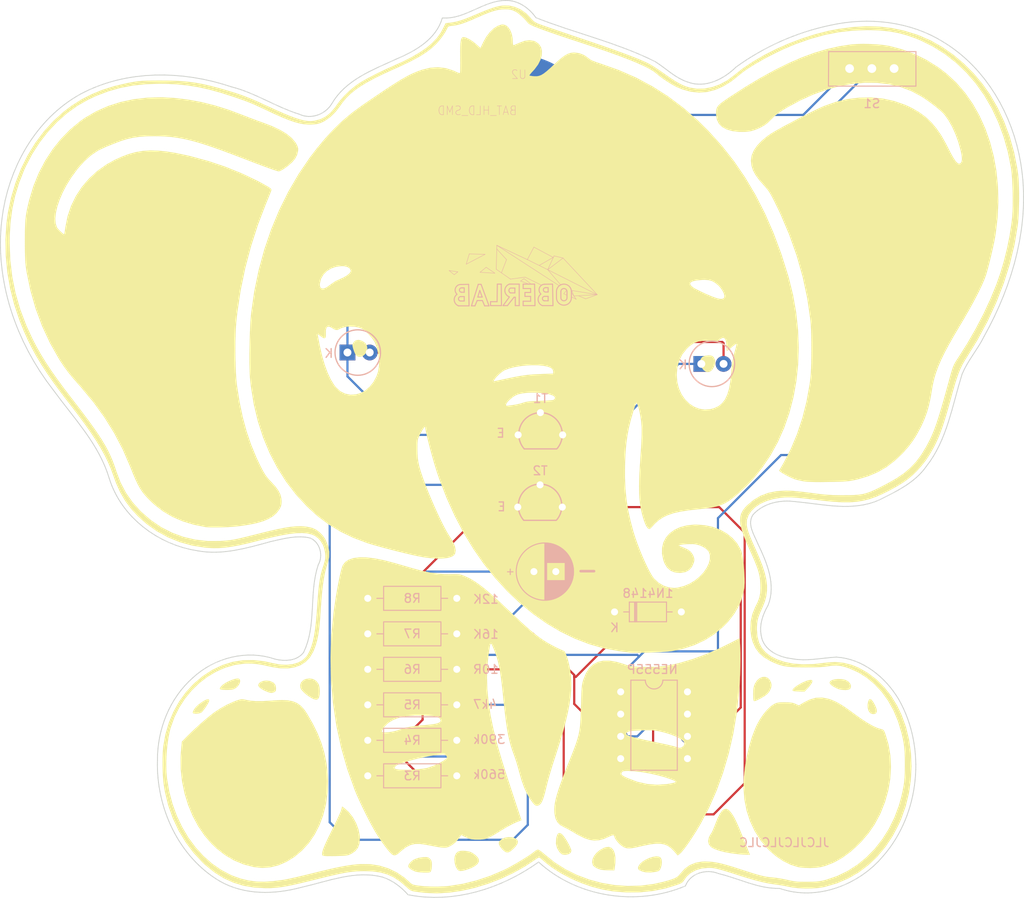
<source format=kicad_pcb>
(kicad_pcb (version 20241229) (generator "pcbnew") (generator_version "9.0")
  (layers (0 "F.Cu" signal) (2 "B.Cu" signal) (13 "F.Paste" user) (15 "B.Paste" user) (5 "F.SilkS" user "F.Silkscreen") (7 "B.SilkS" user "B.Silkscreen") (1 "F.Mask" user) (3 "B.Mask" user) (25 "Edge.Cuts" user))
  (net 0 "")
  (net 1 "Net-(D1-K)")
  (net 2 "Net-(D3-K)")
  (net 3 "Net-(D1-A)")
  (net 4 "Net-(D3-A)")
  (net 5 "Net-(Q1-C)")
  (net 6 "Net-(Q1-B)")
  (net 7 "Net-(Q2-C)")
  (net 8 "Net-(S1-E)")
  (net 9 "Net-(S1-A-Pad1)")
  (footprint "!Goody:LED_D3.0mm" (layer "F.Cu") (at 150.1 85.2)
    (property "Reference" "D1" (hide yes))
    (property "Value" "LED" (hide yes))
  )
  (footprint "!Goody:ob-logo_B.SilkS" (layer "F.Cu") (at 135.1 92.5)
    (property "Reference" "G***" (hide yes))
    (property "Value" "LOGO" (hide yes))
  )
  (footprint "!Goody:TO-92L_Wide" (layer "F.Cu") (at 129.16 101.54)
    (property "Reference" "T2")
    (property "Value" "Q_NPN_EBC" (hide yes))
  )
  (footprint "!Goody:TO-92L_Wide" (layer "F.Cu") (at 129.2 93.3)
    (property "Reference" "T1")
    (property "Value" "Q_NPN_EBC" (hide yes))
  )
  (footprint "!Goody:LED_D3.0mm" (layer "F.Cu") (at 109.725 83.9)
    (property "Reference" "D2" (hide yes))
    (property "Value" "LED" (hide yes))
  )
  (footprint "LOGO" (layer "F.Cu") (at 128.5 94.9)
    (property "Reference" "G***" (hide yes))
    (property "Value" "LOGO" (hide yes))
  )
  (footprint "LOGO" (layer "F.Cu") (at 129.2 93.3)
    (property "Reference" "G***" (hide yes))
    (property "Value" "LOGO" (hide yes))
  )
  (footprint "LOGO" (layer "F.Cu") (at 129.2 93.3)
    (property "Reference" "G***" (hide yes))
    (property "Value" "LOGO" (hide yes))
  )
  (footprint "LOGO" (layer "F.Cu") (at 129.2 93.3)
    (property "Reference" "G***" (hide yes))
    (property "Value" "LOGO" (hide yes))
  )
  (footprint "LOGO" (layer "F.Cu") (at 129.2 93.3)
    (property "Reference" "G***" (hide yes))
    (property "Value" "LOGO" (hide yes))
  )
  (footprint "LOGO" (layer "F.Cu") (at 129.2 93.3)
    (property "Reference" "G***" (hide yes))
    (property "Value" "LOGO" (hide yes))
  )
  (footprint "Resistor_THT:R_Axial_DIN0207_L6.3mm_D2.5mm_P10.16mm_Horizontal" (layer "B.Cu") (at 112.04 128.15)
    (property "Reference" "R4" (hide yes))
    (property "Value" "390k")
  )
  (footprint "Resistor_THT:R_Axial_DIN0207_L6.3mm_D2.5mm_P10.16mm_Horizontal" (layer "B.Cu") (at 112.04 120.05)
    (property "Reference" "R6" (hide yes))
    (property "Value" "10R")
  )
  (footprint "Resistor_THT:R_Axial_DIN0207_L6.3mm_D2.5mm_P10.16mm_Horizontal" (layer "B.Cu") (at 112.04 116)
    (property "Reference" "R7" (hide yes))
    (property "Value" "16K")
  )
  (footprint "LOGO" (layer "B.Cu") (at 135 92.557615 180)
    (property "Reference" "G***" (hide yes))
    (property "Value" "LOGO" (hide yes))
  )
  (footprint "Resistor_THT:R_Axial_DIN0207_L6.3mm_D2.5mm_P10.16mm_Horizontal" (layer "B.Cu") (at 112.04 111.95)
    (property "Reference" "R1off1" (hide yes))
    (property "Value" "12K")
  )
  (footprint "Resistor_THT:R_Axial_DIN0207_L6.3mm_D2.5mm_P10.16mm_Horizontal" (layer "B.Cu") (at 112.04 124.1)
    (property "Reference" "R5" (hide yes))
    (property "Value" "4k7")
  )
  (footprint "!Goody:1N4147_P7.62mm_Horizontal" (layer "B.Cu") (at 140.2 113.5)
    (property "Reference" "D3" (hide yes))
    (property "Value" "1N4148")
  )
  (footprint "Resistor_THT:R_Axial_DIN0207_L6.3mm_D2.5mm_P10.16mm_Horizontal" (layer "B.Cu") (at 112.04 132.2)
    (property "Reference" "R3" (hide yes))
    (property "Value" "560k")
  )
  (footprint "!Goody:C_Radial_D6.3mm_P2.50mm" (layer "B.Cu") (at 131 108.9)
    (property "Reference" "C1")
    (property "Value" "47uF")
  )
  (footprint "!Goody:Micro_SchalterKHF" (layer "B.Cu") (at 167.02 51.5)
    (property "Reference" "S1")
    (property "Value" "Micro_Schalter")
  )
  (footprint "Package_DIP:DIP-8_W7.62mm" (layer "B.Cu") (at 148.52 122.62 180)
    (property "Reference" "U1" (hide yes))
    (property "Value" "NE555P")
  )
  (footprint "!Goody:BAT-HLD-SMD-Blech" (layer "B.Cu") (at 129.054 58.824)
    (property "Reference" "U2")
    (property "Value" "BAT_HLD_SMD")
  )
  (gr_arc (start 129.843474 103.050245) (mid 131.666779 98.916274) (end 133.6 103) (stroke (width 0.15)) (layer "B.SilkS"))
  (gr_circle (center 151.305776 85.2) (end 153.605776 86.4) (stroke (width 0.15)) (fill no) (layer "B.SilkS"))
  (gr_line (start 129.843474 103.050245) (end 133.543474 103.050245) (stroke (width 0.15)) (layer "B.SilkS"))
  (gr_line (start 129.9 94.9) (end 133.6 94.9) (stroke (width 0.15)) (layer "B.SilkS"))
  (gr_arc (start 129.9 94.9) (mid 131.723305 90.766029) (end 133.656526 94.849755) (stroke (width 0.15)) (layer "B.SilkS"))
  (gr_circle (center 110.9 83.905776) (end 113.2 85.105776) (stroke (width 0.15)) (fill no) (layer "B.SilkS"))
  (gr_line (start 179.512 49.7317) (end 179.098 49.4087) (stroke (width 0.1)) (layer "Edge.Cuts"))
  (gr_line (start 114.5499 144.101) (end 114.9394 144.321) (stroke (width 0.1)) (layer "Edge.Cuts"))
  (gr_line (start 149.3288 53.2441) (end 148.9536 53.1679) (stroke (width 0.1)) (layer "Edge.Cuts"))
  (gr_line (start 132.9198 46.3329) (end 132.0707 46.0217) (stroke (width 0.1)) (layer "Edge.Cuts"))
  (gr_line (start 105.5587 115.0742) (end 105.4662 115.6994) (stroke (width 0.1)) (layer "Edge.Cuts"))
  (gr_line (start 167.6785 119.1277) (end 167.1533 118.9496) (stroke (width 0.1)) (layer "Edge.Cuts"))
  (gr_line (start 153.7977 51.5798) (end 153.5111 51.8262) (stroke (width 0.1)) (layer "Edge.Cuts"))
  (gr_line (start 128.2678 43.75517) (end 128.0076 43.73195) (stroke (width 0.1)) (layer "Edge.Cuts"))
  (gr_line (start 70.32841 74.5482) (end 70.41983 75.1919) (stroke (width 0.1)) (layer "Edge.Cuts"))
  (gr_line (start 130.9129 45.2849) (end 130.5541 44.9054) (stroke (width 0.1)) (layer "Edge.Cuts"))
  (gr_line (start 72.73391 82.6349) (end 73.31915 83.8025) (stroke (width 0.1)) (layer "Edge.Cuts"))
  (gr_line (start 77.00725 55.9401) (end 76.58963 56.2912) (stroke (width 0.1)) (layer "Edge.Cuts"))
  (gr_line (start 128.1494 144.052) (end 129.0308 143.603) (stroke (width 0.1)) (layer "Edge.Cuts"))
  (gr_line (start 91.0745 140.46) (end 91.378 140.865) (stroke (width 0.1)) (layer "Edge.Cuts"))
  (gr_line (start 186.871 66.1332) (end 186.859 65.4893) (stroke (width 0.1)) (layer "Edge.Cuts"))
  (gr_line (start 102.0826 105.2189) (end 102.6515 105.104) (stroke (width 0.1)) (layer "Edge.Cuts"))
  (gr_line (start 154.0694 51.3238) (end 153.7977 51.5798) (stroke (width 0.1)) (layer "Edge.Cuts"))
  (gr_line (start 111.3949 143.5) (end 111.9777 143.504) (stroke (width 0.1)) (layer "Edge.Cuts"))
  (gr_line (start 186.831 64.8452) (end 186.785 64.2012) (stroke (width 0.1)) (layer "Edge.Cuts"))
  (gr_line (start 155.8504 104.0789) (end 155.7915 103.8628) (stroke (width 0.1)) (layer "Edge.Cuts"))
  (gr_line (start 88.6693 135.442) (end 88.8154 135.93) (stroke (width 0.1)) (layer "Edge.Cuts"))
  (gr_line (start 178.282 91.8561) (end 178.695 90.4866) (stroke (width 0.1)) (layer "Edge.Cuts"))
  (gr_line (start 152.9173 143.586) (end 153.7785 143.859) (stroke (width 0.1)) (layer "Edge.Cuts"))
  (gr_line (start 163.2314 101.1972) (end 164.4393 101.3383) (stroke (width 0.1)) (layer "Edge.Cuts"))
  (gr_line (start 106.3888 108.1337) (end 106.208 108.7448) (stroke (width 0.1)) (layer "Edge.Cuts"))
  (gr_line (start 102.7836 119.0259) (end 102.3405 119.0215) (stroke (width 0.1)) (layer "Edge.Cuts"))
  (gr_line (start 95.2926 119.0366) (end 94.7084 119.2771) (stroke (width 0.1)) (layer "Edge.Cuts"))
  (gr_line (start 156.8737 115.7434) (end 156.8691 115.291) (stroke (width 0.1)) (layer "Edge.Cuts"))
  (gr_line (start 103.6439 118.8732) (end 103.4352 118.9341) (stroke (width 0.1)) (layer "Edge.Cuts"))
  (gr_line (start 80.2752 53.915) (end 79.7736 54.1516) (stroke (width 0.1)) (layer "Edge.Cuts"))
  (gr_line (start 184.575 77.4455) (end 185.033 76.2348) (stroke (width 0.1)) (layer "Edge.Cuts"))
  (gr_line (start 157.7198 112.7359) (end 157.8708 112.2921) (stroke (width 0.1)) (layer "Edge.Cuts"))
  (gr_line (start 98.4437 54.2378) (end 97.9547 54.0481) (stroke (width 0.1)) (layer "Edge.Cuts"))
  (gr_line (start 177.542 93.857) (end 177.809 93.1996) (stroke (width 0.1)) (layer "Edge.Cuts"))
  (gr_line (start 88.0431 130.422) (end 88.0359 130.9267) (stroke (width 0.1)) (layer "Edge.Cuts"))
  (gr_line (start 142.8596 145.986) (end 143.4182 145.951) (stroke (width 0.1)) (layer "Edge.Cuts"))
  (gr_line (start 70.45331 67.6192) (end 70.29663 68.6961) (stroke (width 0.1)) (layer "Edge.Cuts"))
  (gr_line (start 166.0653 118.7124) (end 165.5044 118.6578) (stroke (width 0.1)) (layer "Edge.Cuts"))
  (gr_line (start 181.064 84.2144) (end 181.739 83.1744) (stroke (width 0.1)) (layer "Edge.Cuts"))
  (gr_line (start 94.2234 106.6876) (end 94.7511 106.6872) (stroke (width 0.1)) (layer "Edge.Cuts"))
  (gr_line (start 107.7805 55.7458) (end 107.6123 55.9518) (stroke (width 0.1)) (layer "Edge.Cuts"))
  (gr_line (start 106.3156 105.7918) (end 106.4255 105.984) (stroke (width 0.1)) (layer "Edge.Cuts"))
  (gr_line (start 103.4352 118.9341) (end 103.2214 118.9792) (stroke (width 0.1)) (layer "Edge.Cuts"))
  (gr_line (start 88.1039 129.1056) (end 88.0572 129.7634) (stroke (width 0.1)) (layer "Edge.Cuts"))
  (gr_line (start 157.2254 117.0522) (end 157.0983 116.7878) (stroke (width 0.1)) (layer "Edge.Cuts"))
  (gr_line (start 82.3083 97.549) (end 82.5462 98.2723) (stroke (width 0.1)) (layer "Edge.Cuts"))
  (gr_line (start 104.3687 104.9339) (end 104.651 104.9452) (stroke (width 0.1)) (layer "Edge.Cuts"))
  (gr_line (start 143.1983 49.9451) (end 142.3616 49.5931) (stroke (width 0.1)) (layer "Edge.Cuts"))
  (gr_line (start 174.333 133.8717) (end 174.424 133.2805) (stroke (width 0.1)) (layer "Edge.Cuts"))
  (gr_line (start 147.5656 52.6057) (end 147.0946 52.3186) (stroke (width 0.1)) (layer "Edge.Cuts"))
  (gr_line (start 159.8828 118.7473) (end 159.5928 118.6778) (stroke (width 0.1)) (layer "Edge.Cuts"))
  (gr_line (start 185.465 58.2197) (end 185.076 57.2418) (stroke (width 0.1)) (layer "Edge.Cuts"))
  (gr_line (start 179.916 50.0668) (end 179.512 49.7317) (stroke (width 0.1)) (layer "Edge.Cuts"))
  (gr_line (start 70.52785 75.8332) (end 70.65219 76.4718) (stroke (width 0.1)) (layer "Edge.Cuts"))
  (gr_line (start 77.98401 90.5681) (end 78.9064 91.7609) (stroke (width 0.1)) (layer "Edge.Cuts"))
  (gr_line (start 179.857 86.3688) (end 180.115 85.8062) (stroke (width 0.1)) (layer "Edge.Cuts"))
  (gr_line (start 159.5928 118.6778) (end 159.3048 118.5926) (stroke (width 0.1)) (layer "Edge.Cuts"))
  (gr_line (start 99.6277 118.4745) (end 98.9997 118.4274) (stroke (width 0.1)) (layer "Edge.Cuts"))
  (gr_line (start 118.0944 48.9283) (end 117.7109 49.1862) (stroke (width 0.1)) (layer "Edge.Cuts"))
  (gr_line (start 157.6378 101.2721) (end 157.945 101.1581) (stroke (width 0.1)) (layer "Edge.Cuts"))
  (gr_line (start 73.70039 59.5457) (end 73.39685 60.0006) (stroke (width 0.1)) (layer "Edge.Cuts"))
  (gr_line (start 141.1808 145.979) (end 141.7403 146.001) (stroke (width 0.1)) (layer "Edge.Cuts"))
  (gr_line (start 106.1863 105.6128) (end 106.3156 105.7918) (stroke (width 0.1)) (layer "Edge.Cuts"))
  (gr_line (start 166.8509 101.4588) (end 167.4486 101.4312) (stroke (width 0.1)) (layer "Edge.Cuts"))
  (gr_line (start 169.817 46.1167) (end 168.974 46.0991) (stroke (width 0.1)) (layer "Edge.Cuts"))
  (gr_line (start 105.8706 105.3033) (end 106.0379 105.4492) (stroke (width 0.1)) (layer "Edge.Cuts"))
  (gr_line (start 96.4999 118.6706) (end 95.8906 118.8341) (stroke (width 0.1)) (layer "Edge.Cuts"))
  (gr_line (start 129.8905 143.117) (end 130.7266 142.596) (stroke (width 0.1)) (layer "Edge.Cuts"))
  (gr_line (start 159.5533 100.8622) (end 159.8795 100.8535) (stroke (width 0.1)) (layer "Edge.Cuts"))
  (gr_line (start 71.50925 79.6118) (end 71.72586 80.227) (stroke (width 0.1)) (layer "Edge.Cuts"))
  (gr_line (start 174.087 135.042) (end 174.221 134.4591) (stroke (width 0.1)) (layer "Edge.Cuts"))
  (gr_line (start 91.5993 121.4652) (end 91.1448 121.9445) (stroke (width 0.1)) (layer "Edge.Cuts"))
  (gr_line (start 127.7439 43.72933) (end 127.2693 43.75926) (stroke (width 0.1)) (layer "Edge.Cuts"))
  (gr_line (start 158.0738 110.9472) (end 158.0679 110.4969) (stroke (width 0.1)) (layer "Edge.Cuts"))
  (gr_line (start 117.7109 49.1862) (end 117.3155 49.4282) (stroke (width 0.1)) (layer "Edge.Cuts"))
  (gr_line (start 156.9169 114.8428) (end 157.0109 114.401) (stroke (width 0.1)) (layer "Edge.Cuts"))
  (gr_line (start 172.327 123.0034) (end 172.008 122.5475) (stroke (width 0.1)) (layer "Edge.Cuts"))
  (gr_line (start 91.7949 106.3732) (end 92.6357 106.5274) (stroke (width 0.1)) (layer "Edge.Cuts"))
  (gr_line (start 171.856 99.9909) (end 172.591 99.5903) (stroke (width 0.1)) (layer "Edge.Cuts"))
  (gr_line (start 161.04 145.502) (end 161.4469 145.539) (stroke (width 0.1)) (layer "Edge.Cuts"))
  (gr_line (start 151.517 143.191) (end 151.7876 143.258) (stroke (width 0.1)) (layer "Edge.Cuts"))
  (gr_line (start 73.39685 60.0006) (end 73.10637 60.4645) (stroke (width 0.1)) (layer "Edge.Cuts"))
  (gr_line (start 97.9547 54.0481) (end 97.4601 53.8731) (stroke (width 0.1)) (layer "Edge.Cuts"))
  (gr_line (start 142.3616 49.5931) (end 141.5173 49.2595) (stroke (width 0.1)) (layer "Edge.Cuts"))
  (gr_line (start 157.0014 116.5032) (end 156.9373 116.1981) (stroke (width 0.1)) (layer "Edge.Cuts"))
  (gr_line (start 150.1278 143.221) (end 150.4019 143.167) (stroke (width 0.1)) (layer "Edge.Cuts"))
  (gr_line (start 124.4488 145.434) (end 125.3961 145.155) (stroke (width 0.1)) (layer "Edge.Cuts"))
  (gr_line (start 88.0572 129.7634) (end 88.0431 130.422) (stroke (width 0.1)) (layer "Edge.Cuts"))
  (gr_line (start 159.3048 118.5926) (end 159.0213 118.4913) (stroke (width 0.1)) (layer "Edge.Cuts"))
  (gr_line (start 186.807 68.0619) (end 186.844 67.4197) (stroke (width 0.1)) (layer "Edge.Cuts"))
  (gr_line (start 177.809 93.1996) (end 178.055 92.532) (stroke (width 0.1)) (layer "Edge.Cuts"))
  (gr_line (start 186.1 60.2239) (end 185.807 59.2148) (stroke (width 0.1)) (layer "Edge.Cuts"))
  (gr_line (start 164.6872 145.235) (end 165.4751 145.005) (stroke (width 0.1)) (layer "Edge.Cuts"))
  (gr_line (start 119.7359 47.3649) (end 119.4537 47.7175) (stroke (width 0.1)) (layer "Edge.Cuts"))
  (gr_line (start 110.2232 53.0483) (end 109.7775 53.3919) (stroke (width 0.1)) (layer "Edge.Cuts"))
  (gr_line (start 123.4903 145.665) (end 124.4488 145.434) (stroke (width 0.1)) (layer "Edge.Cuts"))
  (gr_line (start 85.1549 102.6519) (end 85.7657 103.2511) (stroke (width 0.1)) (layer "Edge.Cuts"))
  (gr_line (start 135.7583 144.736) (end 136.2762 144.943) (stroke (width 0.1)) (layer "Edge.Cuts"))
  (gr_line (start 81.0228 94.8475) (end 81.3878 95.4979) (stroke (width 0.1)) (layer "Edge.Cuts"))
  (gr_line (start 169.716 142.535) (end 170.305 141.966) (stroke (width 0.1)) (layer "Edge.Cuts"))
  (gr_line (start 159.1824 48.3848) (end 158.5109 48.6936) (stroke (width 0.1)) (layer "Edge.Cuts"))
  (gr_line (start 156.9373 116.1981) (end 156.8977 115.9706) (stroke (width 0.1)) (layer "Edge.Cuts"))
  (gr_line (start 158.1267 145.012) (end 158.5774 145.043) (stroke (width 0.1)) (layer "Edge.Cuts"))
  (gr_line (start 157.8708 112.2921) (end 157.9782 111.8455) (stroke (width 0.1)) (layer "Edge.Cuts"))
  (gr_line (start 127.7439 43.72933) (end 127.7439 43.72933) (stroke (width 0.1)) (layer "Edge.Cuts"))
  (gr_line (start 182.348 82.0965) (end 182.958 80.9661) (stroke (width 0.1)) (layer "Edge.Cuts"))
  (gr_line (start 151.7876 143.258) (end 152.0496 143.35) (stroke (width 0.1)) (layer "Edge.Cuts"))
  (gr_line (start 134.6332 46.9237) (end 132.9198 46.3329) (stroke (width 0.1)) (layer "Edge.Cuts"))
  (gr_line (start 174.494 132.6864) (end 174.542 132.0901) (stroke (width 0.1)) (layer "Edge.Cuts"))
  (gr_line (start 98.9997 118.4274) (end 98.3704 118.4245) (stroke (width 0.1)) (layer "Edge.Cuts"))
  (gr_line (start 178.055 92.532) (end 178.282 91.8561) (stroke (width 0.1)) (layer "Edge.Cuts"))
  (gr_line (start 100.3094 145.504) (end 100.9088 145.492) (stroke (width 0.1)) (layer "Edge.Cuts"))
  (gr_line (start 110.8121 143.53) (end 111.3949 143.5) (stroke (width 0.1)) (layer "Edge.Cuts"))
  (gr_line (start 186.866 66.7768) (end 186.871 66.1332) (stroke (width 0.1)) (layer "Edge.Cuts"))
  (gr_line (start 89.547 137.831) (end 89.7661 138.29) (stroke (width 0.1)) (layer "Edge.Cuts"))
  (gr_line (start 89.9637 123.5242) (end 89.6313 124.0919) (stroke (width 0.1)) (layer "Edge.Cuts"))
  (gr_line (start 93.2591 52.723) (end 92.1693 52.5285) (stroke (width 0.1)) (layer "Edge.Cuts"))
  (gr_line (start 173.653 98.9294) (end 173.99 98.6879) (stroke (width 0.1)) (layer "Edge.Cuts"))
  (gr_line (start 108.5814 54.579) (end 108.239 55.0346) (stroke (width 0.1)) (layer "Edge.Cuts"))
  (gr_line (start 148.5504 144.263) (end 148.7211 144.045) (stroke (width 0.1)) (layer "Edge.Cuts"))
  (gr_line (start 166.2463 144.719) (end 166.997 144.379) (stroke (width 0.1)) (layer "Edge.Cuts"))
  (gr_line (start 150.9609 143.13) (end 151.2406 143.148) (stroke (width 0.1)) (layer "Edge.Cuts"))
  (gr_line (start 127.7439 43.72933) (end 127.7439 43.72933) (stroke (width 0.1)) (layer "Edge.Cuts"))
  (gr_line (start 73.95565 84.9424) (end 74.64127 86.0523) (stroke (width 0.1)) (layer "Edge.Cuts"))
  (gr_line (start 82.6834 98.6832) (end 82.8367 99.0866) (stroke (width 0.1)) (layer "Edge.Cuts"))
  (gr_line (start 92.0838 121.0127) (end 91.5993 121.4652) (stroke (width 0.1)) (layer "Edge.Cuts"))
  (gr_line (start 172.561 138.918) (end 172.842 138.392) (stroke (width 0.1)) (layer "Edge.Cuts"))
  (gr_line (start 88.4217 134.4534) (end 88.538 134.95) (stroke (width 0.1)) (layer "Edge.Cuts"))
  (gr_line (start 145.6286 145.618) (end 146.1719 145.487) (stroke (width 0.1)) (layer "Edge.Cuts"))
  (gr_line (start 105.8832 110.6206) (end 105.8257 111.2557) (stroke (width 0.1)) (layer "Edge.Cuts"))
  (gr_line (start 163.3585 46.909) (end 162.6474 47.1087) (stroke (width 0.1)) (layer "Edge.Cuts"))
  (gr_line (start 149.7041 53.2824) (end 149.3288 53.2441) (stroke (width 0.1)) (layer "Edge.Cuts"))
  (gr_line (start 155.7915 103.8628) (end 155.7492 103.6468) (stroke (width 0.1)) (layer "Edge.Cuts"))
  (gr_line (start 71.26173 64.4383) (end 70.93648 65.4862) (stroke (width 0.1)) (layer "Edge.Cuts"))
  (gr_line (start 106.0462 56.8846) (end 105.7882 56.9346) (stroke (width 0.1)) (layer "Edge.Cuts"))
  (gr_line (start 148.3153 52.9599) (end 148.0586 52.854) (stroke (width 0.1)) (layer "Edge.Cuts"))
  (gr_line (start 88.3206 133.9542) (end 88.4217 134.4534) (stroke (width 0.1)) (layer "Edge.Cuts"))
  (gr_line (start 78.9064 91.7609) (end 79.7983 92.97) (stroke (width 0.1)) (layer "Edge.Cuts"))
  (gr_line (start 160.8414 100.917) (end 162.0301 101.0458) (stroke (width 0.1)) (layer "Edge.Cuts"))
  (gr_line (start 186.686 69.3428) (end 186.754 68.703) (stroke (width 0.1)) (layer "Edge.Cuts"))
  (gr_line (start 129.2626 44.03448) (end 129.0219 43.93864) (stroke (width 0.1)) (layer "Edge.Cuts"))
  (gr_line (start 77.05702 89.3766) (end 77.98401 90.5681) (stroke (width 0.1)) (layer "Edge.Cuts"))
  (gr_line (start 166.4507 46.2714) (end 165.6187 46.4016) (stroke (width 0.1)) (layer "Edge.Cuts"))
  (gr_line (start 167.4486 101.4312) (end 168.0428 101.3725) (stroke (width 0.1)) (layer "Edge.Cuts"))
  (gr_line (start 99.1161 145.444) (end 99.7114 145.488) (stroke (width 0.1)) (layer "Edge.Cuts"))
  (gr_line (start 70.79258 77.1072) (end 70.94875 77.7393) (stroke (width 0.1)) (layer "Edge.Cuts"))
  (gr_line (start 170.305 141.966) (end 170.85 141.359) (stroke (width 0.1)) (layer "Edge.Cuts"))
  (gr_line (start 165.6477 101.4364) (end 166.2504 101.4591) (stroke (width 0.1)) (layer "Edge.Cuts"))
  (gr_line (start 139.8107 48.6362) (end 138.0882 48.0536) (stroke (width 0.1)) (layer "Edge.Cuts"))
  (gr_line (start 119.1456 48.049) (end 118.8145 48.3607) (stroke (width 0.1)) (layer "Edge.Cuts"))
  (gr_line (start 97.4601 53.8731) (end 96.9588 53.7152) (stroke (width 0.1)) (layer "Edge.Cuts"))
  (gr_line (start 108.9538 54.1549) (end 108.5814 54.579) (stroke (width 0.1)) (layer "Edge.Cuts"))
  (gr_line (start 105.7882 56.9346) (end 105.5271 56.9613) (stroke (width 0.1)) (layer "Edge.Cuts"))
  (gr_line (start 118.4632 48.6534) (end 118.0944 48.9283) (stroke (width 0.1)) (layer "Edge.Cuts"))
  (gr_line (start 94.3378 52.9637) (end 93.2591 52.723) (stroke (width 0.1)) (layer "Edge.Cuts"))
  (gr_line (start 173.756 136.19) (end 173.932 135.619) (stroke (width 0.1)) (layer "Edge.Cuts"))
  (gr_line (start 93.8809 143.361) (end 94.2913 143.662) (stroke (width 0.1)) (layer "Edge.Cuts"))
  (gr_line (start 127.2484 144.462) (end 128.1494 144.052) (stroke (width 0.1)) (layer "Edge.Cuts"))
  (gr_line (start 106.6353 106.617) (end 106.6644 106.8393) (stroke (width 0.1)) (layer "Edge.Cuts"))
  (gr_line (start 173.148 46.5786) (end 172.326 46.4031) (stroke (width 0.1)) (layer "Edge.Cuts"))
  (gr_line (start 132.0707 46.0217) (end 131.2283 45.6961) (stroke (width 0.1)) (layer "Edge.Cuts"))
  (gr_line (start 162.9784 118.9044) (end 162.3482 118.949) (stroke (width 0.1)) (layer "Edge.Cuts"))
  (gr_line (start 157.5054 113.1328) (end 157.7198 112.7359) (stroke (width 0.1)) (layer "Edge.Cuts"))
  (gr_line (start 106.5684 107.7247) (end 106.4898 107.9339) (stroke (width 0.1)) (layer "Edge.Cuts"))
  (gr_line (start 173.409 125.0796) (end 173.169 124.5333) (stroke (width 0.1)) (layer "Edge.Cuts"))
  (gr_line (start 157.1931 49.3628) (end 156.5479 49.7226) (stroke (width 0.1)) (layer "Edge.Cuts"))
  (gr_line (start 157.6211 108.266) (end 157.4691 107.8293) (stroke (width 0.1)) (layer "Edge.Cuts"))
  (gr_line (start 147.0946 52.3186) (end 146.6391 52.0044) (stroke (width 0.1)) (layer "Edge.Cuts"))
  (gr_line (start 88.8209 125.8922) (end 88.6137 126.5186) (stroke (width 0.1)) (layer "Edge.Cuts"))
  (gr_line (start 110.2294 143.59) (end 110.8121 143.53) (stroke (width 0.1)) (layer "Edge.Cuts"))
  (gr_line (start 146.6391 52.0044) (end 145.7491 51.3424) (stroke (width 0.1)) (layer "Edge.Cuts"))
  (gr_line (start 83.602 100.6193) (end 83.829 100.9812) (stroke (width 0.1)) (layer "Edge.Cuts"))
  (gr_line (start 153.2107 52.0609) (end 152.8976 52.2816) (stroke (width 0.1)) (layer "Edge.Cuts"))
  (gr_line (start 75.41128 57.424) (end 75.04359 57.8263) (stroke (width 0.1)) (layer "Edge.Cuts"))
  (gr_line (start 172.907 123.9968) (end 172.622 123.4709) (stroke (width 0.1)) (layer "Edge.Cuts"))
  (gr_line (start 181.061 51.1412) (end 180.69 50.772) (stroke (width 0.1)) (layer "Edge.Cuts"))
  (gr_line (start 121.9604 45.618) (end 121.5012 45.6982) (stroke (width 0.1)) (layer "Edge.Cuts"))
  (gr_line (start 165.0438 101.3948) (end 165.6477 101.4364) (stroke (width 0.1)) (layer "Edge.Cuts"))
  (gr_line (start 92.3703 142.012) (end 92.7281 142.369) (stroke (width 0.1)) (layer "Edge.Cuts"))
  (gr_line (start 107.2253 56.3136) (end 107.0102 56.4676) (stroke (width 0.1)) (layer "Edge.Cuts"))
  (gr_line (start 70.29663 68.6961) (end 70.22661 69.3477) (stroke (width 0.1)) (layer "Edge.Cuts"))
  (gr_line (start 94.1406 119.5545) (end 93.5918 119.8678) (stroke (width 0.1)) (layer "Edge.Cuts"))
  (gr_line (start 131.2283 45.6961) (end 130.9129 45.2849) (stroke (width 0.1)) (layer "Edge.Cuts"))
  (gr_line (start 106.208 108.7448) (end 106.0678 109.3638) (stroke (width 0.1)) (layer "Edge.Cuts"))
  (gr_line (start 75.79156 57.0337) (end 75.41128 57.424) (stroke (width 0.1)) (layer "Edge.Cuts"))
  (gr_line (start 83.9324 52.7104) (end 83.3969 52.8355) (stroke (width 0.1)) (layer "Edge.Cuts"))
  (gr_line (start 186.859 65.4893) (end 186.831 64.8452) (stroke (width 0.1)) (layer "Edge.Cuts"))
  (gr_line (start 150.0784 53.285) (end 149.7041 53.2824) (stroke (width 0.1)) (layer "Edge.Cuts"))
  (gr_line (start 164.4393 101.3383) (end 165.0438 101.3948) (stroke (width 0.1)) (layer "Edge.Cuts"))
  (gr_line (start 179.076 89.1057) (end 179.454 87.7282) (stroke (width 0.1)) (layer "Edge.Cuts"))
  (gr_line (start 104.651 104.9452) (end 104.9307 104.9713) (stroke (width 0.1)) (layer "Edge.Cuts"))
  (gr_line (start 120.5677 146.052) (end 121.5476 145.977) (stroke (width 0.1)) (layer "Edge.Cuts"))
  (gr_line (start 116.9111 49.6553) (end 116.086 50.069) (stroke (width 0.1)) (layer "Edge.Cuts"))
  (gr_line (start 87.1048 104.321) (end 87.8257 104.7882) (stroke (width 0.1)) (layer "Edge.Cuts"))
  (gr_line (start 90.7206 122.4486) (end 90.3268 122.9758) (stroke (width 0.1)) (layer "Edge.Cuts"))
  (gr_line (start 119.9895 46.9905) (end 119.7359 47.3649) (stroke (width 0.1)) (layer "Edge.Cuts"))
  (gr_line (start 104.7206 118.1196) (end 104.5683 118.2964) (stroke (width 0.1)) (layer "Edge.Cuts"))
  (gr_line (start 148.4048 144.505) (end 148.5504 144.263) (stroke (width 0.1)) (layer "Edge.Cuts"))
  (gr_line (start 105.6265 114.4435) (end 105.5587 115.0742) (stroke (width 0.1)) (layer "Edge.Cuts"))
  (gr_line (start 92.026 141.641) (end 92.3703 142.012) (stroke (width 0.1)) (layer "Edge.Cuts"))
  (gr_line (start 159.033 145.048) (end 159.429 145.176) (stroke (width 0.1)) (layer "Edge.Cuts"))
  (gr_line (start 135.2483 144.509) (end 135.7583 144.736) (stroke (width 0.1)) (layer "Edge.Cuts"))
  (gr_line (start 157.1445 113.9674) (end 157.3115 113.544) (stroke (width 0.1)) (layer "Edge.Cuts"))
  (gr_line (start 103.2249 105.011) (end 103.7987 104.9508) (stroke (width 0.1)) (layer "Edge.Cuts"))
  (gr_line (start 94.7084 119.2771) (end 94.1406 119.5545) (stroke (width 0.1)) (layer "Edge.Cuts"))
  (gr_line (start 93.0643 120.2159) (end 92.5608 120.5979) (stroke (width 0.1)) (layer "Edge.Cuts"))
  (gr_line (start 88.5758 105.2077) (end 89.3515 105.5778) (stroke (width 0.1)) (layer "Edge.Cuts"))
  (gr_line (start 157.4691 107.8293) (end 157.3031 107.3975) (stroke (width 0.1)) (layer "Edge.Cuts"))
  (gr_line (start 114.9394 144.321) (end 115.3128 144.568) (stroke (width 0.1)) (layer "Edge.Cuts"))
  (gr_line (start 151.2406 143.148) (end 151.517 143.191) (stroke (width 0.1)) (layer "Edge.Cuts"))
  (gr_line (start 119.4537 47.7175) (end 119.1456 48.049) (stroke (width 0.1)) (layer "Edge.Cuts"))
  (gr_line (start 104.2274 118.5856) (end 104.0413 118.7) (stroke (width 0.1)) (layer "Edge.Cuts"))
  (gr_line (start 155.7266 103.4316) (end 155.7267 103.2178) (stroke (width 0.1)) (layer "Edge.Cuts"))
  (gr_line (start 130.5541 44.9054) (end 130.1564 44.56522) (stroke (width 0.1)) (layer "Edge.Cuts"))
  (gr_line (start 70.134 71.9549) (end 70.15637 72.6053) (stroke (width 0.1)) (layer "Edge.Cuts"))
  (gr_line (start 155.2872 50.4913) (end 154.6727 50.8997) (stroke (width 0.1)) (layer "Edge.Cuts"))
  (gr_line (start 107.9031 144.044) (end 109.0649 143.782) (stroke (width 0.1)) (layer "Edge.Cuts"))
  (gr_line (start 105.0022 56.9411) (end 104.7421 56.8924) (stroke (width 0.1)) (layer "Edge.Cuts"))
  (gr_line (start 174.221 134.4591) (end 174.333 133.8717) (stroke (width 0.1)) (layer "Edge.Cuts"))
  (gr_line (start 169.631 120.1834) (end 169.167 119.8725) (stroke (width 0.1)) (layer "Edge.Cuts"))
  (gr_line (start 117.618 145.933) (end 118.1091 145.99) (stroke (width 0.1)) (layer "Edge.Cuts"))
  (gr_line (start 174.556 130.2971) (end 174.518 129.7009) (stroke (width 0.1)) (layer "Edge.Cuts"))
  (gr_line (start 113.7234 143.757) (end 114.1444 143.912) (stroke (width 0.1)) (layer "Edge.Cuts"))
  (gr_line (start 116.086 50.069) (end 115.2581 50.4351) (stroke (width 0.1)) (layer "Edge.Cuts"))
  (gr_line (start 70.1756 69.9997) (end 70.14335 70.6517) (stroke (width 0.1)) (layer "Edge.Cuts"))
  (gr_line (start 168.421 143.549) (end 169.087 143.064) (stroke (width 0.1)) (layer "Edge.Cuts"))
  (gr_line (start 110.6877 52.7267) (end 110.2232 53.0483) (stroke (width 0.1)) (layer "Edge.Cuts"))
  (gr_line (start 70.15637 72.6053) (end 70.19641 73.2545) (stroke (width 0.1)) (layer "Edge.Cuts"))
  (gr_line (start 84.5883 102.0123) (end 84.8659 102.337) (stroke (width 0.1)) (layer "Edge.Cuts"))
  (gr_line (start 186.785 64.2012) (end 186.722 63.5574) (stroke (width 0.1)) (layer "Edge.Cuts"))
  (gr_line (start 105.1816 116.9284) (end 104.9764 117.5294) (stroke (width 0.1)) (layer "Edge.Cuts"))
  (gr_line (start 88.1086 132.444) (end 88.1639 132.9489) (stroke (width 0.1)) (layer "Edge.Cuts"))
  (gr_line (start 185.033 76.2348) (end 185.447 75.0083) (stroke (width 0.1)) (layer "Edge.Cuts"))
  (gr_line (start 168.0428 101.3725) (end 168.633 101.2784) (stroke (width 0.1)) (layer "Edge.Cuts"))
  (gr_line (start 92.7281 142.369) (end 93.0992 142.714) (stroke (width 0.1)) (layer "Edge.Cuts"))
  (gr_line (start 145.0809 145.73) (end 145.6286 145.618) (stroke (width 0.1)) (layer "Edge.Cuts"))
  (gr_line (start 169.217 101.1448) (end 169.796 100.9677) (stroke (width 0.1)) (layer "Edge.Cuts"))
  (gr_line (start 155.4972 144.428) (end 156.3628 144.68) (stroke (width 0.1)) (layer "Edge.Cuts"))
  (gr_line (start 162.0301 101.0458) (end 163.2314 101.1972) (stroke (width 0.1)) (layer "Edge.Cuts"))
  (gr_line (start 76.1512 88.1714) (end 77.05702 89.3766) (stroke (width 0.1)) (layer "Edge.Cuts"))
  (gr_line (start 157.9637 109.5982) (end 157.8714 109.1512) (stroke (width 0.1)) (layer "Edge.Cuts"))
  (gr_line (start 82.8367 99.0866) (end 83.0057 99.4821) (stroke (width 0.1)) (layer "Edge.Cuts"))
  (gr_line (start 159.8618 48.0935) (end 159.1824 48.3848) (stroke (width 0.1)) (layer "Edge.Cuts"))
  (gr_line (start 180.69 50.772) (end 180.308 50.4137) (stroke (width 0.1)) (layer "Edge.Cuts"))
  (gr_line (start 174.457 129.1068) (end 174.374 128.5157) (stroke (width 0.1)) (layer "Edge.Cuts"))
  (gr_line (start 126.3299 144.83) (end 127.2484 144.462) (stroke (width 0.1)) (layer "Edge.Cuts"))
  (gr_line (start 120.2116 46.5931) (end 119.9895 46.9905) (stroke (width 0.1)) (layer "Edge.Cuts"))
  (gr_line (start 158.0679 110.4969) (end 158.0302 110.047) (stroke (width 0.1)) (layer "Edge.Cuts"))
  (gr_line (start 96.2329 144.746) (end 96.7921 144.954) (stroke (width 0.1)) (layer "Edge.Cuts"))
  (gr_line (start 77.43718 55.6029) (end 77.00725 55.9401) (stroke (width 0.1)) (layer "Edge.Cuts"))
  (gr_line (start 113.1421 143.628) (end 113.7234 143.757) (stroke (width 0.1)) (layer "Edge.Cuts"))
  (gr_line (start 156.7989 144.789) (end 157.2379 144.882) (stroke (width 0.1)) (layer "Edge.Cuts"))
  (gr_line (start 160.2301 145.376) (end 160.6342 145.448) (stroke (width 0.1)) (layer "Edge.Cuts"))
  (gr_line (start 102.1053 145.393) (end 102.6996 145.308) (stroke (width 0.1)) (layer "Edge.Cuts"))
  (gr_line (start 159.429 145.176) (end 159.8283 145.285) (stroke (width 0.1)) (layer "Edge.Cuts"))
  (gr_line (start 140.0658 145.88) (end 140.6224 145.939) (stroke (width 0.1)) (layer "Edge.Cuts"))
  (gr_line (start 149.8607 143.3) (end 150.1278 143.221) (stroke (width 0.1)) (layer "Edge.Cuts"))
  (gr_line (start 108.239 55.0346) (end 107.9294 55.5243) (stroke (width 0.1)) (layer "Edge.Cuts"))
  (gr_line (start 180.729 84.7349) (end 181.064 84.2144) (stroke (width 0.1)) (layer "Edge.Cuts"))
  (gr_line (start 70.93648 65.4862) (end 70.6668 66.5479) (stroke (width 0.1)) (layer "Edge.Cuts"))
  (gr_line (start 157.8476 49.0197) (end 157.1931 49.3628) (stroke (width 0.1)) (layer "Edge.Cuts"))
  (gr_line (start 174.374 128.5157) (end 174.269 127.9284) (stroke (width 0.1)) (layer "Edge.Cuts"))
  (gr_line (start 71.95689 80.8373) (end 72.20209 81.4422) (stroke (width 0.1)) (layer "Edge.Cuts"))
  (gr_line (start 158.9013 100.9283) (end 159.2268 100.8869) (stroke (width 0.1)) (layer "Edge.Cuts"))
  (gr_line (start 157.9782 111.8455) (end 158.0449 111.397) (stroke (width 0.1)) (layer "Edge.Cuts"))
  (gr_line (start 168.1898 119.3424) (end 167.6785 119.1277) (stroke (width 0.1)) (layer "Edge.Cuts"))
  (gr_line (start 91.0711 52.3818) (end 89.9676 52.2846) (stroke (width 0.1)) (layer "Edge.Cuts"))
  (gr_line (start 148.7211 144.045) (end 148.9143 143.849) (stroke (width 0.1)) (layer "Edge.Cuts"))
  (gr_line (start 109.6469 143.675) (end 110.2294 143.59) (stroke (width 0.1)) (layer "Edge.Cuts"))
  (gr_line (start 168.686 119.5914) (end 168.1898 119.3424) (stroke (width 0.1)) (layer "Edge.Cuts"))
  (gr_line (start 104.9307 104.9713) (end 105.2074 105.0136) (stroke (width 0.1)) (layer "Edge.Cuts"))
  (gr_line (start 84.0694 101.3342) (end 84.3226 101.678) (stroke (width 0.1)) (layer "Edge.Cuts"))
  (gr_line (start 148.0586 52.854) (end 147.5656 52.6057) (stroke (width 0.1)) (layer "Edge.Cuts"))
  (gr_line (start 174.759 47.0535) (end 173.959 46.7952) (stroke (width 0.1)) (layer "Edge.Cuts"))
  (gr_line (start 180.409 85.2635) (end 180.729 84.7349) (stroke (width 0.1)) (layer "Edge.Cuts"))
  (gr_line (start 94.2913 143.662) (end 94.7147 143.948) (stroke (width 0.1)) (layer "Edge.Cuts"))
  (gr_line (start 152.0496 143.35) (end 152.9173 143.586) (stroke (width 0.1)) (layer "Edge.Cuts"))
  (gr_line (start 89.3423 137.365) (end 89.547 137.831) (stroke (width 0.1)) (layer "Edge.Cuts"))
  (gr_line (start 122.855 45.3572) (end 122.4112 45.5021) (stroke (width 0.1)) (layer "Edge.Cuts"))
  (gr_line (start 95.1509 144.218) (end 95.6853 144.501) (stroke (width 0.1)) (layer "Edge.Cuts"))
  (gr_line (start 98.525 145.37) (end 99.1161 145.444) (stroke (width 0.1)) (layer "Edge.Cuts"))
  (gr_line (start 86.6539 52.3071) (end 85.558 52.4248) (stroke (width 0.1)) (layer "Edge.Cuts"))
  (gr_line (start 170.85 141.359) (end 171.233 140.899) (stroke (width 0.1)) (layer "Edge.Cuts"))
  (gr_line (start 143.4182 145.951) (end 143.975 145.896) (stroke (width 0.1)) (layer "Edge.Cuts"))
  (gr_line (start 155.9124 50.0989) (end 155.2872 50.4913) (stroke (width 0.1)) (layer "Edge.Cuts"))
  (gr_line (start 178.237 48.8007) (end 177.791 48.5164) (stroke (width 0.1)) (layer "Edge.Cuts"))
  (gr_line (start 174.574 130.8946) (end 174.556 130.2971) (stroke (width 0.1)) (layer "Edge.Cuts"))
  (gr_line (start 106.6725 107.0635) (end 106.6594 107.2873) (stroke (width 0.1)) (layer "Edge.Cuts"))
  (gr_line (start 96.4499 53.577) (end 95.4023 53.2489) (stroke (width 0.1)) (layer "Edge.Cuts"))
  (gr_line (start 157.0983 116.7878) (end 157.0014 116.5032) (stroke (width 0.1)) (layer "Edge.Cuts"))
  (gr_line (start 120.5505 45.7254) (end 120.3996 46.1717) (stroke (width 0.1)) (layer "Edge.Cuts"))
  (gr_line (start 70.22661 69.3477) (end 70.1756 69.9997) (stroke (width 0.1)) (layer "Edge.Cuts"))
  (gr_line (start 179.454 87.7282) (end 179.857 86.3688) (stroke (width 0.1)) (layer "Edge.Cuts"))
  (gr_line (start 75.37384 87.1294) (end 76.1512 88.1714) (stroke (width 0.1)) (layer "Edge.Cuts"))
  (gr_line (start 92.1693 52.5285) (end 91.0711 52.3818) (stroke (width 0.1)) (layer "Edge.Cuts"))
  (gr_line (start 182.057 82.6431) (end 182.348 82.0965) (stroke (width 0.1)) (layer "Edge.Cuts"))
  (gr_line (start 150.6805 143.136) (end 150.9609 143.13) (stroke (width 0.1)) (layer "Edge.Cuts"))
  (gr_line (start 148.5798 53.0516) (end 148.3153 52.9599) (stroke (width 0.1)) (layer "Edge.Cuts"))
  (gr_line (start 160.7735 118.8931) (end 160.4585 118.8406) (stroke (width 0.1)) (layer "Edge.Cuts"))
  (gr_line (start 150.8194 53.1918) (end 150.4506 53.254) (stroke (width 0.1)) (layer "Edge.Cuts"))
  (gr_line (start 172.26 139.433) (end 172.561 138.918) (stroke (width 0.1)) (layer "Edge.Cuts"))
  (gr_line (start 103.2892 145.202) (end 103.8726 145.075) (stroke (width 0.1)) (layer "Edge.Cuts"))
  (gr_line (start 173.34 137.309) (end 173.559 136.753) (stroke (width 0.1)) (layer "Edge.Cuts"))
  (gr_line (start 107.9294 55.5243) (end 107.7805 55.7458) (stroke (width 0.1)) (layer "Edge.Cuts"))
  (gr_line (start 159.8795 100.8535) (end 160.2038 100.8601) (stroke (width 0.1)) (layer "Edge.Cuts"))
  (gr_line (start 128.0076 43.73195) (end 127.7439 43.72933) (stroke (width 0.1)) (layer "Edge.Cuts"))
  (gr_line (start 89.6313 124.0919) (end 89.3299 124.677) (stroke (width 0.1)) (layer "Edge.Cuts"))
  (gr_line (start 160.4585 118.8406) (end 159.8828 118.7473) (stroke (width 0.1)) (layer "Edge.Cuts"))
  (gr_line (start 157.7562 108.7069) (end 157.6211 108.266) (stroke (width 0.1)) (layer "Edge.Cuts"))
  (gr_line (start 94.7147 143.948) (end 95.1509 144.218) (stroke (width 0.1)) (layer "Edge.Cuts"))
  (gr_line (start 174.936 97.8819) (end 175.223 97.5817) (stroke (width 0.1)) (layer "Edge.Cuts"))
  (gr_line (start 159.0213 118.4913) (end 158.745 118.3735) (stroke (width 0.1)) (layer "Edge.Cuts"))
  (gr_line (start 85.0134 52.5052) (end 84.4714 52.6003) (stroke (width 0.1)) (layer "Edge.Cuts"))
  (gr_line (start 156.252 102.1491) (end 156.5044 101.9307) (stroke (width 0.1)) (layer "Edge.Cuts"))
  (gr_line (start 112.5601 143.545) (end 113.1421 143.628) (stroke (width 0.1)) (layer "Edge.Cuts"))
  (gr_line (start 177.062 48.0849) (end 176.312 47.6977) (stroke (width 0.1)) (layer "Edge.Cuts"))
  (gr_line (start 157.7621 117.7289) (end 157.5598 117.5224) (stroke (width 0.1)) (layer "Edge.Cuts"))
  (gr_line (start 186.641 62.9142) (end 186.542 62.2717) (stroke (width 0.1)) (layer "Edge.Cuts"))
  (gr_line (start 111.1683 52.4249) (end 110.6877 52.7267) (stroke (width 0.1)) (layer "Edge.Cuts"))
  (gr_line (start 90.509 139.619) (end 90.7848 140.044) (stroke (width 0.1)) (layer "Edge.Cuts"))
  (gr_line (start 125.4636 44.24674) (end 125.0272 44.42764) (stroke (width 0.1)) (layer "Edge.Cuts"))
  (gr_line (start 70.12957 71.3036) (end 70.134 71.9549) (stroke (width 0.1)) (layer "Edge.Cuts"))
  (gr_line (start 118.8145 48.3607) (end 118.4632 48.6534) (stroke (width 0.1)) (layer "Edge.Cuts"))
  (gr_line (start 165.4751 145.005) (end 166.2463 144.719) (stroke (width 0.1)) (layer "Edge.Cuts"))
  (gr_line (start 171.596 140.424) (end 171.938 139.935) (stroke (width 0.1)) (layer "Edge.Cuts"))
  (gr_line (start 156.8691 115.291) (end 156.9169 114.8428) (stroke (width 0.1)) (layer "Edge.Cuts"))
  (gr_line (start 106.7454 144.344) (end 107.9031 144.044) (stroke (width 0.1)) (layer "Edge.Cuts"))
  (gr_line (start 185.814 73.768) (end 186.131 72.5155) (stroke (width 0.1)) (layer "Edge.Cuts"))
  (gr_line (start 104.0413 118.7) (end 103.8464 118.7955) (stroke (width 0.1)) (layer "Edge.Cuts"))
  (gr_line (start 91.6952 141.259) (end 92.026 141.641) (stroke (width 0.1)) (layer "Edge.Cuts"))
  (gr_line (start 136.8013 145.133) (end 137.333 145.304) (stroke (width 0.1)) (layer "Edge.Cuts"))
  (gr_line (start 157.9843 117.9168) (end 157.7621 117.7289) (stroke (width 0.1)) (layer "Edge.Cuts"))
  (gr_line (start 88.0359 130.9267) (end 88.0445 131.4323) (stroke (width 0.1)) (layer "Edge.Cuts"))
  (gr_line (start 90.1491 105.8966) (end 90.9648 106.1624) (stroke (width 0.1)) (layer "Edge.Cuts"))
  (gr_line (start 81.2958 53.4911) (end 80.7827 53.6949) (stroke (width 0.1)) (layer "Edge.Cuts"))
  (gr_line (start 129.0308 143.603) (end 129.8905 143.117) (stroke (width 0.1)) (layer "Edge.Cuts"))
  (gr_line (start 80.7827 53.6949) (end 80.2752 53.915) (stroke (width 0.1)) (layer "Edge.Cuts"))
  (gr_line (start 164.7947 46.5672) (end 164.0744 46.7284) (stroke (width 0.1)) (layer "Edge.Cuts"))
  (gr_line (start 103.2429 56.3698) (end 102.2722 55.971) (stroke (width 0.1)) (layer "Edge.Cuts"))
  (gr_line (start 105.7829 111.8933) (end 105.7147 113.1712) (stroke (width 0.1)) (layer "Edge.Cuts"))
  (gr_line (start 100.9757 105.4717) (end 102.0826 105.2189) (stroke (width 0.1)) (layer "Edge.Cuts"))
  (gr_line (start 129.7244 44.27232) (end 129.4969 44.14603) (stroke (width 0.1)) (layer "Edge.Cuts"))
  (gr_line (start 132.8417 143.103) (end 133.3016 143.421) (stroke (width 0.1)) (layer "Edge.Cuts"))
  (gr_line (start 92.5608 120.5979) (end 92.0838 121.0127) (stroke (width 0.1)) (layer "Edge.Cuts"))
  (gr_line (start 116.3329 145.444) (end 116.6384 145.77) (stroke (width 0.1)) (layer "Edge.Cuts"))
  (gr_line (start 161.4469 145.539) (end 161.8546 145.558) (stroke (width 0.1)) (layer "Edge.Cuts"))
  (gr_line (start 116.6384 145.77) (end 117.1277 145.859) (stroke (width 0.1)) (layer "Edge.Cuts"))
  (gr_line (start 70.94875 77.7393) (end 71.12043 78.3676) (stroke (width 0.1)) (layer "Edge.Cuts"))
  (gr_line (start 152.8976 52.2816) (end 152.5731 52.4863) (stroke (width 0.1)) (layer "Edge.Cuts"))
  (gr_line (start 171.495 46.268) (end 170.658 46.1728) (stroke (width 0.1)) (layer "Edge.Cuts"))
  (gr_line (start 106.6594 107.2873) (end 106.6248 107.5084) (stroke (width 0.1)) (layer "Edge.Cuts"))
  (gr_line (start 156.5479 49.7226) (end 155.9124 50.0989) (stroke (width 0.1)) (layer "Edge.Cuts"))
  (gr_line (start 127.2693 43.75926) (end 126.8056 43.83255) (stroke (width 0.1)) (layer "Edge.Cuts"))
  (gr_line (start 84.4714 52.6003) (end 83.9324 52.7104) (stroke (width 0.1)) (layer "Edge.Cuts"))
  (gr_line (start 151.5425 52.9818) (end 151.1838 53.1003) (stroke (width 0.1)) (layer "Edge.Cuts"))
  (gr_line (start 157.3801 117.297) (end 157.2254 117.0522) (stroke (width 0.1)) (layer "Edge.Cuts"))
  (gr_line (start 97.8937 106.2689) (end 98.9291 106.0224) (stroke (width 0.1)) (layer "Edge.Cuts"))
  (gr_line (start 186.604 69.9812) (end 186.686 69.3428) (stroke (width 0.1)) (layer "Edge.Cuts"))
  (gr_line (start 185.447 75.0083) (end 185.814 73.768) (stroke (width 0.1)) (layer "Edge.Cuts"))
  (gr_line (start 72.31404 61.9049) (end 72.07655 62.3997) (stroke (width 0.1)) (layer "Edge.Cuts"))
  (gr_line (start 93.0992 142.714) (end 93.4835 143.044) (stroke (width 0.1)) (layer "Edge.Cuts"))
  (gr_line (start 81.3878 95.4979) (end 81.7259 96.1636) (stroke (width 0.1)) (layer "Edge.Cuts"))
  (gr_line (start 106.7829 56.6026) (end 106.5453 56.7177) (stroke (width 0.1)) (layer "Edge.Cuts"))
  (gr_line (start 168.1303 46.1195) (end 167.2886 46.1771) (stroke (width 0.1)) (layer "Edge.Cuts"))
  (gr_line (start 145.3018 51.0184) (end 144.8445 50.7148) (stroke (width 0.1)) (layer "Edge.Cuts"))
  (gr_line (start 76.18437 56.656) (end 75.79156 57.0337) (stroke (width 0.1)) (layer "Edge.Cuts"))
  (gr_line (start 176.572 95.7494) (end 176.926 95.1337) (stroke (width 0.1)) (layer "Edge.Cuts"))
  (gr_line (start 152.2383 52.6727) (end 151.8944 52.8386) (stroke (width 0.1)) (layer "Edge.Cuts"))
  (gr_line (start 131.5369 142.042) (end 131.9586 142.414) (stroke (width 0.1)) (layer "Edge.Cuts"))
  (gr_line (start 85.7657 103.2511) (end 86.4169 103.808) (stroke (width 0.1)) (layer "Edge.Cuts"))
  (gr_line (start 103.7359 56.5499) (end 103.2429 56.3698) (stroke (width 0.1)) (layer "Edge.Cuts"))
  (gr_line (start 156.8977 115.9706) (end 156.8737 115.7434) (stroke (width 0.1)) (layer "Edge.Cuts"))
  (gr_line (start 72.82903 60.9368) (end 72.56489 61.4171) (stroke (width 0.1)) (layer "Edge.Cuts"))
  (gr_line (start 93.1655 106.6099) (end 93.6948 106.6626) (stroke (width 0.1)) (layer "Edge.Cuts"))
  (gr_line (start 111.6623 52.1404) (end 111.1683 52.4249) (stroke (width 0.1)) (layer "Edge.Cuts"))
  (gr_line (start 173.99 98.6879) (end 174.318 98.4337) (stroke (width 0.1)) (layer "Edge.Cuts"))
  (gr_line (start 106.6248 107.5084) (end 106.5684 107.7247) (stroke (width 0.1)) (layer "Edge.Cuts"))
  (gr_line (start 158.0302 110.047) (end 157.9637 109.5982) (stroke (width 0.1)) (layer "Edge.Cuts"))
  (gr_line (start 79.7983 92.97) (end 80.2248 93.5855) (stroke (width 0.1)) (layer "Edge.Cuts"))
  (gr_line (start 105.8257 111.2557) (end 105.7829 111.8933) (stroke (width 0.1)) (layer "Edge.Cuts"))
  (gr_line (start 70.14335 70.6517) (end 70.12957 71.3036) (stroke (width 0.1)) (layer "Edge.Cuts"))
  (gr_line (start 170.913 121.2722) (end 170.505 120.8855) (stroke (width 0.1)) (layer "Edge.Cuts"))
  (gr_line (start 148.9143 143.849) (end 149.1275 143.677) (stroke (width 0.1)) (layer "Edge.Cuts"))
  (gr_line (start 121.5012 45.6982) (end 121.0317 45.7362) (stroke (width 0.1)) (layer "Edge.Cuts"))
  (gr_line (start 156.5596 105.7355) (end 156.385 105.3426) (stroke (width 0.1)) (layer "Edge.Cuts"))
  (gr_line (start 138.4133 145.59) (end 138.9606 145.705) (stroke (width 0.1)) (layer "Edge.Cuts"))
  (gr_line (start 186.844 67.4197) (end 186.866 66.7768) (stroke (width 0.1)) (layer "Edge.Cuts"))
  (gr_line (start 148.9536 53.1679) (end 148.5798 53.0516) (stroke (width 0.1)) (layer "Edge.Cuts"))
  (gr_line (start 174.542 132.0901) (end 174.569 131.4926) (stroke (width 0.1)) (layer "Edge.Cuts"))
  (gr_line (start 140.6224 145.939) (end 141.1808 145.979) (stroke (width 0.1)) (layer "Edge.Cuts"))
  (gr_line (start 96.9588 53.7152) (end 96.4499 53.577) (stroke (width 0.1)) (layer "Edge.Cuts"))
  (gr_line (start 143.975 145.896) (end 144.5295 145.823) (stroke (width 0.1)) (layer "Edge.Cuts"))
  (gr_line (start 170.505 120.8855) (end 170.077 120.5218) (stroke (width 0.1)) (layer "Edge.Cuts"))
  (gr_line (start 102.6996 145.308) (end 103.2892 145.202) (stroke (width 0.1)) (layer "Edge.Cuts"))
  (gr_line (start 86.4169 103.808) (end 87.1048 104.321) (stroke (width 0.1)) (layer "Edge.Cuts"))
  (gr_line (start 71.72586 80.227) (end 71.95689 80.8373) (stroke (width 0.1)) (layer "Edge.Cuts"))
  (gr_line (start 137.8705 145.456) (end 138.4133 145.59) (stroke (width 0.1)) (layer "Edge.Cuts"))
  (gr_line (start 147.7682 144.977) (end 148.2869 144.768) (stroke (width 0.1)) (layer "Edge.Cuts"))
  (gr_line (start 125.9043 44.08288) (end 125.4636 44.24674) (stroke (width 0.1)) (layer "Edge.Cuts"))
  (gr_line (start 93.5918 119.8678) (end 93.0643 120.2159) (stroke (width 0.1)) (layer "Edge.Cuts"))
  (gr_line (start 72.20209 81.4422) (end 72.73391 82.6349) (stroke (width 0.1)) (layer "Edge.Cuts"))
  (gr_line (start 176.181 96.3475) (end 176.572 95.7494) (stroke (width 0.1)) (layer "Edge.Cuts"))
  (gr_line (start 105.9617 109.9896) (end 105.8832 110.6206) (stroke (width 0.1)) (layer "Edge.Cuts"))
  (gr_line (start 103.8726 145.075) (end 104.4484 144.93) (stroke (width 0.1)) (layer "Edge.Cuts"))
  (gr_line (start 90.2472 139.184) (end 90.509 139.619) (stroke (width 0.1)) (layer "Edge.Cuts"))
  (gr_line (start 162.6474 47.1087) (end 161.9417 47.3273) (stroke (width 0.1)) (layer "Edge.Cuts"))
  (gr_line (start 83.829 100.9812) (end 84.0694 101.3342) (stroke (width 0.1)) (layer "Edge.Cuts"))
  (gr_line (start 164.8718 118.7045) (end 164.24 118.7695) (stroke (width 0.1)) (layer "Edge.Cuts"))
  (gr_line (start 133.3016 143.421) (end 133.773 143.72) (stroke (width 0.1)) (layer "Edge.Cuts"))
  (gr_line (start 177.249 94.5023) (end 177.542 93.857) (stroke (width 0.1)) (layer "Edge.Cuts"))
  (gr_line (start 173.306 99.1594) (end 173.653 98.9294) (stroke (width 0.1)) (layer "Edge.Cuts"))
  (gr_line (start 186.395 71.2526) (end 186.604 69.9812) (stroke (width 0.1)) (layer "Edge.Cuts"))
  (gr_line (start 113.196 51.3672) (end 112.1667 51.8709) (stroke (width 0.1)) (layer "Edge.Cuts"))
  (gr_line (start 83.1899 99.8695) (end 83.3888 100.2487) (stroke (width 0.1)) (layer "Edge.Cuts"))
  (gr_line (start 162.2625 145.561) (end 162.6701 145.546) (stroke (width 0.1)) (layer "Edge.Cuts"))
  (gr_line (start 79.7736 54.1516) (end 79.2783 54.4051) (stroke (width 0.1)) (layer "Edge.Cuts"))
  (gr_line (start 173.559 136.753) (end 173.756 136.19) (stroke (width 0.1)) (layer "Edge.Cuts"))
  (gr_line (start 82.0338 96.8467) (end 82.3083 97.549) (stroke (width 0.1)) (layer "Edge.Cuts"))
  (gr_line (start 107.0102 56.4676) (end 106.7829 56.6026) (stroke (width 0.1)) (layer "Edge.Cuts"))
  (gr_line (start 132.3938 142.767) (end 132.8417 143.103) (stroke (width 0.1)) (layer "Edge.Cuts"))
  (gr_line (start 181.77 51.9109) (end 181.421 51.521) (stroke (width 0.1)) (layer "Edge.Cuts"))
  (gr_line (start 162.3482 118.949) (end 161.7183 118.9616) (stroke (width 0.1)) (layer "Edge.Cuts"))
  (gr_line (start 144.5295 145.823) (end 145.0809 145.73) (stroke (width 0.1)) (layer "Edge.Cuts"))
  (gr_line (start 141.5173 49.2595) (end 139.8107 48.6362) (stroke (width 0.1)) (layer "Edge.Cuts"))
  (gr_line (start 175.751 96.9263) (end 176.181 96.3475) (stroke (width 0.1)) (layer "Edge.Cuts"))
  (gr_line (start 151.8944 52.8386) (end 151.5425 52.9818) (stroke (width 0.1)) (layer "Edge.Cuts"))
  (gr_line (start 128.7755 43.85949) (end 128.524 43.79801) (stroke (width 0.1)) (layer "Edge.Cuts"))
  (gr_line (start 130.7266 142.596) (end 131.5369 142.042) (stroke (width 0.1)) (layer "Edge.Cuts"))
  (gr_line (start 106.4898 107.9339) (end 106.3888 108.1337) (stroke (width 0.1)) (layer "Edge.Cuts"))
  (gr_line (start 104.2352 56.7136) (end 103.7359 56.5499) (stroke (width 0.1)) (layer "Edge.Cuts"))
  (gr_line (start 141.7403 146.001) (end 142.3001 146.003) (stroke (width 0.1)) (layer "Edge.Cuts"))
  (gr_line (start 89.152 136.892) (end 89.3423 137.365) (stroke (width 0.1)) (layer "Edge.Cuts"))
  (gr_line (start 70.25384 73.9022) (end 70.32841 74.5482) (stroke (width 0.1)) (layer "Edge.Cuts"))
  (gr_line (start 181.739 83.1744) (end 182.057 82.6431) (stroke (width 0.1)) (layer "Edge.Cuts"))
  (gr_line (start 105.2645 56.9638) (end 105.0022 56.9411) (stroke (width 0.1)) (layer "Edge.Cuts"))
  (gr_line (start 105.7147 113.1712) (end 105.6265 114.4435) (stroke (width 0.1)) (layer "Edge.Cuts"))
  (gr_line (start 158.2239 118.0866) (end 157.9843 117.9168) (stroke (width 0.1)) (layer "Edge.Cuts"))
  (gr_line (start 95.8906 118.8341) (end 95.2926 119.0366) (stroke (width 0.1)) (layer "Edge.Cuts"))
  (gr_line (start 170.369 100.743) (end 171.856 99.9909) (stroke (width 0.1)) (layer "Edge.Cuts"))
  (gr_line (start 144.0264 50.3181) (end 143.1983 49.9451) (stroke (width 0.1)) (layer "Edge.Cuts"))
  (gr_line (start 90.9648 106.1624) (end 91.7949 106.3732) (stroke (width 0.1)) (layer "Edge.Cuts"))
  (gr_line (start 100.2518 118.5668) (end 99.6277 118.4745) (stroke (width 0.1)) (layer "Edge.Cuts"))
  (gr_line (start 180.115 85.8062) (end 180.409 85.2635) (stroke (width 0.1)) (layer "Edge.Cuts"))
  (gr_line (start 177.791 48.5164) (end 177.062 48.0849) (stroke (width 0.1)) (layer "Edge.Cuts"))
  (gr_line (start 120.3996 46.1717) (end 120.2116 46.5931) (stroke (width 0.1)) (layer "Edge.Cuts"))
  (gr_line (start 88.4381 127.1549) (end 88.2945 127.7995) (stroke (width 0.1)) (layer "Edge.Cuts"))
  (gr_line (start 106.5453 56.7177) (end 106.2991 56.8119) (stroke (width 0.1)) (layer "Edge.Cuts"))
  (gr_line (start 107.4266 56.1414) (end 107.2253 56.3136) (stroke (width 0.1)) (layer "Edge.Cuts"))
  (gr_line (start 156.3628 144.68) (end 156.7989 144.789) (stroke (width 0.1)) (layer "Edge.Cuts"))
  (gr_line (start 145.7491 51.3424) (end 145.3018 51.0184) (stroke (width 0.1)) (layer "Edge.Cuts"))
  (gr_line (start 106.2991 56.8119) (end 106.0462 56.8846) (stroke (width 0.1)) (layer "Edge.Cuts"))
  (gr_line (start 156.9414 106.552) (end 156.5596 105.7355) (stroke (width 0.1)) (layer "Edge.Cuts"))
  (gr_line (start 178.673 49.0982) (end 178.237 48.8007) (stroke (width 0.1)) (layer "Edge.Cuts"))
  (gr_line (start 176.926 95.1337) (end 177.249 94.5023) (stroke (width 0.1)) (layer "Edge.Cuts"))
  (gr_line (start 77.87932 55.2804) (end 77.43718 55.6029) (stroke (width 0.1)) (layer "Edge.Cuts"))
  (gr_line (start 105.4805 105.0736) (end 105.6847 105.1774) (stroke (width 0.1)) (layer "Edge.Cuts"))
  (gr_line (start 83.0057 99.4821) (end 83.1899 99.8695) (stroke (width 0.1)) (layer "Edge.Cuts"))
  (gr_line (start 170.658 46.1728) (end 169.817 46.1167) (stroke (width 0.1)) (layer "Edge.Cuts"))
  (gr_line (start 99.4086 54.6506) (end 98.4437 54.2378) (stroke (width 0.1)) (layer "Edge.Cuts"))
  (gr_line (start 124.1613 44.81421) (end 123.2936 45.1899) (stroke (width 0.1)) (layer "Edge.Cuts"))
  (gr_line (start 184.64 56.2843) (end 184.158 55.3501) (stroke (width 0.1)) (layer "Edge.Cuts"))
  (gr_line (start 90.7848 140.044) (end 91.0745 140.46) (stroke (width 0.1)) (layer "Edge.Cuts"))
  (gr_line (start 125.3961 145.155) (end 126.3299 144.83) (stroke (width 0.1)) (layer "Edge.Cuts"))
  (gr_line (start 73.10637 60.4645) (end 72.82903 60.9368) (stroke (width 0.1)) (layer "Edge.Cuts"))
  (gr_line (start 72.07655 62.3997) (end 71.64196 63.4081) (stroke (width 0.1)) (layer "Edge.Cuts"))
  (gr_line (start 164.2882 145.328) (end 164.6872 145.235) (stroke (width 0.1)) (layer "Edge.Cuts"))
  (gr_line (start 104.4484 144.93) (end 105.5933 144.65) (stroke (width 0.1)) (layer "Edge.Cuts"))
  (gr_line (start 175.543 47.3541) (end 174.759 47.0535) (stroke (width 0.1)) (layer "Edge.Cuts"))
  (gr_line (start 161.9417 47.3273) (end 161.2419 47.5645) (stroke (width 0.1)) (layer "Edge.Cuts"))
  (gr_line (start 97.9396 145.264) (end 98.525 145.37) (stroke (width 0.1)) (layer "Edge.Cuts"))
  (gr_line (start 148.2869 144.768) (end 148.4048 144.505) (stroke (width 0.1)) (layer "Edge.Cuts"))
  (gr_line (start 131.9586 142.414) (end 132.3938 142.767) (stroke (width 0.1)) (layer "Edge.Cuts"))
  (gr_line (start 165.6187 46.4016) (end 164.7947 46.5672) (stroke (width 0.1)) (layer "Edge.Cuts"))
  (gr_line (start 88.9764 136.414) (end 89.152 136.892) (stroke (width 0.1)) (layer "Edge.Cuts"))
  (gr_line (start 102.3405 119.0215) (end 101.9021 118.974) (stroke (width 0.1)) (layer "Edge.Cuts"))
  (gr_line (start 99.7114 145.488) (end 100.3094 145.504) (stroke (width 0.1)) (layer "Edge.Cuts"))
  (gr_line (start 160.6342 145.448) (end 161.04 145.502) (stroke (width 0.1)) (layer "Edge.Cuts"))
  (gr_line (start 106.5156 106.1871) (end 106.5856 106.3989) (stroke (width 0.1)) (layer "Edge.Cuts"))
  (gr_line (start 73.31915 83.8025) (end 73.95565 84.9424) (stroke (width 0.1)) (layer "Edge.Cuts"))
  (gr_line (start 161.2419 47.5645) (end 160.5484 47.8199) (stroke (width 0.1)) (layer "Edge.Cuts"))
  (gr_line (start 90.3268 122.9758) (end 89.9637 123.5242) (stroke (width 0.1)) (layer "Edge.Cuts"))
  (gr_line (start 158.745 118.3735) (end 158.4783 118.2387) (stroke (width 0.1)) (layer "Edge.Cuts"))
  (gr_line (start 88.8616 52.2387) (end 87.7561 52.2456) (stroke (width 0.1)) (layer "Edge.Cuts"))
  (gr_line (start 169.796 100.9677) (end 170.369 100.743) (stroke (width 0.1)) (layer "Edge.Cuts"))
  (gr_line (start 102.6515 105.104) (end 103.2249 105.011) (stroke (width 0.1)) (layer "Edge.Cuts"))
  (gr_line (start 74.01691 59.1004) (end 73.70039 59.5457) (stroke (width 0.1)) (layer "Edge.Cuts"))
  (gr_line (start 161.8546 145.558) (end 162.2625 145.561) (stroke (width 0.1)) (layer "Edge.Cuts"))
  (gr_line (start 71.30736 78.9919) (end 71.50925 79.6118) (stroke (width 0.1)) (layer "Edge.Cuts"))
  (gr_line (start 186.542 62.2717) (end 186.346 61.244) (stroke (width 0.1)) (layer "Edge.Cuts"))
  (gr_line (start 88.8154 135.93) (end 88.9764 136.414) (stroke (width 0.1)) (layer "Edge.Cuts"))
  (gr_line (start 128.524 43.79801) (end 128.2678 43.75517) (stroke (width 0.1)) (layer "Edge.Cuts"))
  (gr_line (start 157.3387 101.4057) (end 157.6378 101.2721) (stroke (width 0.1)) (layer "Edge.Cuts"))
  (gr_line (start 174.633 98.1655) (end 174.936 97.8819) (stroke (width 0.1)) (layer "Edge.Cuts"))
  (gr_line (start 168.974 46.0991) (end 168.1303 46.1195) (stroke (width 0.1)) (layer "Edge.Cuts"))
  (gr_line (start 166.997 144.379) (end 167.7232 143.988) (stroke (width 0.1)) (layer "Edge.Cuts"))
  (gr_line (start 149.6033 143.402) (end 149.8607 143.3) (stroke (width 0.1)) (layer "Edge.Cuts"))
  (gr_line (start 105.5933 144.65) (end 106.7454 144.344) (stroke (width 0.1)) (layer "Edge.Cuts"))
  (gr_line (start 101.4783 118.8914) (end 100.8695 118.7055) (stroke (width 0.1)) (layer "Edge.Cuts"))
  (gr_line (start 109.3534 53.76) (end 108.9538 54.1549) (stroke (width 0.1)) (layer "Edge.Cuts"))
  (gr_line (start 157.945 101.1581) (end 158.259 101.0633) (stroke (width 0.1)) (layer "Edge.Cuts"))
  (gr_line (start 173.626 125.6349) (end 173.409 125.0796) (stroke (width 0.1)) (layer "Edge.Cuts"))
  (gr_line (start 71.64196 63.4081) (end 71.26173 64.4383) (stroke (width 0.1)) (layer "Edge.Cuts"))
  (gr_line (start 156.0062 104.5091) (end 155.8504 104.0789) (stroke (width 0.1)) (layer "Edge.Cuts"))
  (gr_line (start 115.6698 144.839) (end 116.0099 145.132) (stroke (width 0.1)) (layer "Edge.Cuts"))
  (gr_line (start 74.34634 58.665) (end 74.01691 59.1004) (stroke (width 0.1)) (layer "Edge.Cuts"))
  (gr_line (start 157.3031 107.3975) (end 156.9414 106.552) (stroke (width 0.1)) (layer "Edge.Cuts"))
  (gr_line (start 89.3299 124.677) (end 89.0597 125.2778) (stroke (width 0.1)) (layer "Edge.Cuts"))
  (gr_line (start 79.2783 54.4051) (end 78.8 54.6809) (stroke (width 0.1)) (layer "Edge.Cuts"))
  (gr_line (start 88.183 128.4503) (end 88.1039 129.1056) (stroke (width 0.1)) (layer "Edge.Cuts"))
  (gr_line (start 164.0744 46.7284) (end 163.3585 46.909) (stroke (width 0.1)) (layer "Edge.Cuts"))
  (gr_line (start 168.633 101.2784) (end 169.217 101.1448) (stroke (width 0.1)) (layer "Edge.Cuts"))
  (gr_line (start 107.6123 55.9518) (end 107.4266 56.1414) (stroke (width 0.1)) (layer "Edge.Cuts"))
  (gr_line (start 104.5683 118.2964) (end 104.4035 118.4515) (stroke (width 0.1)) (layer "Edge.Cuts"))
  (gr_line (start 105.4662 115.6994) (end 105.3427 116.318) (stroke (width 0.1)) (layer "Edge.Cuts"))
  (gr_line (start 183.534 79.813) (end 184.074 78.6389) (stroke (width 0.1)) (layer "Edge.Cuts"))
  (gr_line (start 171.938 139.935) (end 172.26 139.433) (stroke (width 0.1)) (layer "Edge.Cuts"))
  (gr_line (start 129.4969 44.14603) (end 129.2626 44.03448) (stroke (width 0.1)) (layer "Edge.Cuts"))
  (gr_line (start 165.5044 118.6578) (end 164.8718 118.7045) (stroke (width 0.1)) (layer "Edge.Cuts"))
  (gr_line (start 89.7661 138.29) (end 89.9996 138.741) (stroke (width 0.1)) (layer "Edge.Cuts"))
  (gr_line (start 155.7267 103.2178) (end 155.7526 103.0062) (stroke (width 0.1)) (layer "Edge.Cuts"))
  (gr_line (start 157.6803 144.958) (end 158.1267 145.012) (stroke (width 0.1)) (layer "Edge.Cuts"))
  (gr_line (start 106.0678 109.3638) (end 105.9617 109.9896) (stroke (width 0.1)) (layer "Edge.Cuts"))
  (gr_line (start 133.773 143.72) (end 134.255 144.002) (stroke (width 0.1)) (layer "Edge.Cuts"))
  (gr_line (start 98.9291 106.0224) (end 99.9568 105.751) (stroke (width 0.1)) (layer "Edge.Cuts"))
  (gr_line (start 88.0445 131.4323) (end 88.0687 131.9382) (stroke (width 0.1)) (layer "Edge.Cuts"))
  (gr_line (start 122.4112 45.5021) (end 121.9604 45.618) (stroke (width 0.1)) (layer "Edge.Cuts"))
  (gr_line (start 174.569 131.4926) (end 174.574 130.8946) (stroke (width 0.1)) (layer "Edge.Cuts"))
  (gr_line (start 119.5847 146.071) (end 120.5677 146.052) (stroke (width 0.1)) (layer "Edge.Cuts"))
  (gr_line (start 166.2504 101.4591) (end 166.8509 101.4588) (stroke (width 0.1)) (layer "Edge.Cuts"))
  (gr_line (start 186.131 72.5155) (end 186.395 71.2526) (stroke (width 0.1)) (layer "Edge.Cuts"))
  (gr_line (start 70.65219 76.4718) (end 70.79258 77.1072) (stroke (width 0.1)) (layer "Edge.Cuts"))
  (gr_line (start 154.6727 50.8997) (end 154.0694 51.3238) (stroke (width 0.1)) (layer "Edge.Cuts"))
  (gr_line (start 97.118 118.5471) (end 96.4999 118.6706) (stroke (width 0.1)) (layer "Edge.Cuts"))
  (gr_line (start 105.5271 56.9613) (end 105.2645 56.9638) (stroke (width 0.1)) (layer "Edge.Cuts"))
  (gr_line (start 186.346 61.244) (end 186.1 60.2239) (stroke (width 0.1)) (layer "Edge.Cuts"))
  (gr_line (start 89.9676 52.2846) (end 88.8616 52.2387) (stroke (width 0.1)) (layer "Edge.Cuts"))
  (gr_line (start 87.7561 52.2456) (end 86.6539 52.3071) (stroke (width 0.1)) (layer "Edge.Cuts"))
  (gr_line (start 169.087 143.064) (end 169.716 142.535) (stroke (width 0.1)) (layer "Edge.Cuts"))
  (gr_line (start 144.8445 50.7148) (end 144.0264 50.3181) (stroke (width 0.1)) (layer "Edge.Cuts"))
  (gr_line (start 105.3427 116.318) (end 105.1816 116.9284) (stroke (width 0.1)) (layer "Edge.Cuts"))
  (gr_line (start 153.5111 51.8262) (end 153.2107 52.0609) (stroke (width 0.1)) (layer "Edge.Cuts"))
  (gr_line (start 174.318 98.4337) (end 174.633 98.1655) (stroke (width 0.1)) (layer "Edge.Cuts"))
  (gr_line (start 100.9088 145.492) (end 101.5079 145.455) (stroke (width 0.1)) (layer "Edge.Cuts"))
  (gr_line (start 101.9021 118.974) (end 101.4783 118.8914) (stroke (width 0.1)) (layer "Edge.Cuts"))
  (gr_line (start 95.278 106.6634) (end 95.8037 106.6184) (stroke (width 0.1)) (layer "Edge.Cuts"))
  (gr_line (start 88.538 134.95) (end 88.6693 135.442) (stroke (width 0.1)) (layer "Edge.Cuts"))
  (gr_line (start 109.0649 143.782) (end 109.6469 143.675) (stroke (width 0.1)) (layer "Edge.Cuts"))
  (gr_line (start 178.695 90.4866) (end 179.076 89.1057) (stroke (width 0.1)) (layer "Edge.Cuts"))
  (gr_line (start 96.8516 106.4732) (end 97.8937 106.2689) (stroke (width 0.1)) (layer "Edge.Cuts"))
  (gr_line (start 118.6008 146.032) (end 119.5847 146.071) (stroke (width 0.1)) (layer "Edge.Cuts"))
  (gr_line (start 76.58963 56.2912) (end 76.18437 56.656) (stroke (width 0.1)) (layer "Edge.Cuts"))
  (gr_line (start 100.8695 118.7055) (end 100.2518 118.5668) (stroke (width 0.1)) (layer "Edge.Cuts"))
  (gr_line (start 103.7987 104.9508) (end 104.3687 104.9339) (stroke (width 0.1)) (layer "Edge.Cuts"))
  (gr_line (start 179.098 49.4087) (end 178.673 49.0982) (stroke (width 0.1)) (layer "Edge.Cuts"))
  (gr_line (start 104.7421 56.8924) (end 104.4858 56.8169) (stroke (width 0.1)) (layer "Edge.Cuts"))
  (gr_line (start 82.5462 98.2723) (end 82.6834 98.6832) (stroke (width 0.1)) (layer "Edge.Cuts"))
  (gr_line (start 171.665 122.1054) (end 171.3 121.6796) (stroke (width 0.1)) (layer "Edge.Cuts"))
  (gr_line (start 126.3511 43.94262) (end 125.9043 44.08288) (stroke (width 0.1)) (layer "Edge.Cuts"))
  (gr_line (start 175.496 97.2636) (end 175.751 96.9263) (stroke (width 0.1)) (layer "Edge.Cuts"))
  (gr_line (start 122.5225 145.847) (end 123.4903 145.665) (stroke (width 0.1)) (layer "Edge.Cuts"))
  (gr_line (start 78.33361 54.9729) (end 77.87932 55.2804) (stroke (width 0.1)) (layer "Edge.Cuts"))
  (gr_line (start 156.7706 101.7344) (end 157.0492 101.5595) (stroke (width 0.1)) (layer "Edge.Cuts"))
  (gr_line (start 89.3515 105.5778) (end 90.1491 105.8966) (stroke (width 0.1)) (layer "Edge.Cuts"))
  (gr_line (start 146.71 145.336) (end 147.2423 145.166) (stroke (width 0.1)) (layer "Edge.Cuts"))
  (gr_line (start 89.0597 125.2778) (end 88.8209 125.8922) (stroke (width 0.1)) (layer "Edge.Cuts"))
  (gr_line (start 174.518 129.7009) (end 174.457 129.1068) (stroke (width 0.1)) (layer "Edge.Cuts"))
  (gr_line (start 88.2945 127.7995) (end 88.183 128.4503) (stroke (width 0.1)) (layer "Edge.Cuts"))
  (gr_line (start 126.8056 43.83255) (end 126.3511 43.94262) (stroke (width 0.1)) (layer "Edge.Cuts"))
  (gr_line (start 70.19641 73.2545) (end 70.25384 73.9022) (stroke (width 0.1)) (layer "Edge.Cuts"))
  (gr_line (start 95.8037 106.6184) (end 96.3283 106.5543) (stroke (width 0.1)) (layer "Edge.Cuts"))
  (gr_line (start 155.7526 103.0062) (end 155.8072 102.7973) (stroke (width 0.1)) (layer "Edge.Cuts"))
  (gr_line (start 176.312 47.6977) (end 175.543 47.3541) (stroke (width 0.1)) (layer "Edge.Cuts"))
  (gr_line (start 96.7921 144.954) (end 97.3615 145.126) (stroke (width 0.1)) (layer "Edge.Cuts"))
  (gr_line (start 81.7259 96.1636) (end 82.0338 96.8467) (stroke (width 0.1)) (layer "Edge.Cuts"))
  (gr_line (start 138.0882 48.0536) (end 134.6332 46.9237) (stroke (width 0.1)) (layer "Edge.Cuts"))
  (gr_line (start 171.3 121.6796) (end 170.913 121.2722) (stroke (width 0.1)) (layer "Edge.Cuts"))
  (gr_line (start 129.9444 44.41238) (end 129.7244 44.27232) (stroke (width 0.1)) (layer "Edge.Cuts"))
  (gr_line (start 185.076 57.2418) (end 184.64 56.2843) (stroke (width 0.1)) (layer "Edge.Cuts"))
  (gr_line (start 115.2581 50.4351) (end 113.196 51.3672) (stroke (width 0.1)) (layer "Edge.Cuts"))
  (gr_line (start 172.008 122.5475) (end 171.665 122.1054) (stroke (width 0.1)) (layer "Edge.Cuts"))
  (gr_line (start 150.4506 53.254) (end 150.0784 53.285) (stroke (width 0.1)) (layer "Edge.Cuts"))
  (gr_line (start 157.0109 114.401) (end 157.1445 113.9674) (stroke (width 0.1)) (layer "Edge.Cuts"))
  (gr_line (start 174.142 127.3459) (end 173.992 126.7688) (stroke (width 0.1)) (layer "Edge.Cuts"))
  (gr_line (start 118.1091 145.99) (end 118.6008 146.032) (stroke (width 0.1)) (layer "Edge.Cuts"))
  (gr_line (start 91.1448 121.9445) (end 90.7206 122.4486) (stroke (width 0.1)) (layer "Edge.Cuts"))
  (gr_line (start 75.04359 57.8263) (end 74.68859 58.2402) (stroke (width 0.1)) (layer "Edge.Cuts"))
  (gr_line (start 106.5856 106.3989) (end 106.6353 106.617) (stroke (width 0.1)) (layer "Edge.Cuts"))
  (gr_line (start 173.959 46.7952) (end 173.148 46.5786) (stroke (width 0.1)) (layer "Edge.Cuts"))
  (gr_line (start 157.8714 109.1512) (end 157.7562 108.7069) (stroke (width 0.1)) (layer "Edge.Cuts"))
  (gr_line (start 82.8651 52.9759) (end 82.3374 53.1319) (stroke (width 0.1)) (layer "Edge.Cuts"))
  (gr_line (start 159.8283 145.285) (end 160.2301 145.376) (stroke (width 0.1)) (layer "Edge.Cuts"))
  (gr_line (start 101.3149 55.5377) (end 100.363 55.0907) (stroke (width 0.1)) (layer "Edge.Cuts"))
  (gr_line (start 134.255 144.002) (end 134.747 144.265) (stroke (width 0.1)) (layer "Edge.Cuts"))
  (gr_line (start 88.2346 133.4525) (end 88.3206 133.9542) (stroke (width 0.1)) (layer "Edge.Cuts"))
  (gr_line (start 70.41983 75.1919) (end 70.52785 75.8332) (stroke (width 0.1)) (layer "Edge.Cuts"))
  (gr_line (start 156.0148 102.3904) (end 156.252 102.1491) (stroke (width 0.1)) (layer "Edge.Cuts"))
  (gr_line (start 156.1925 104.9321) (end 156.0062 104.5091) (stroke (width 0.1)) (layer "Edge.Cuts"))
  (gr_line (start 82.3374 53.1319) (end 81.8142 53.3035) (stroke (width 0.1)) (layer "Edge.Cuts"))
  (gr_line (start 83.3888 100.2487) (end 83.602 100.6193) (stroke (width 0.1)) (layer "Edge.Cuts"))
  (gr_line (start 155.7492 103.6468) (end 155.7266 103.4316) (stroke (width 0.1)) (layer "Edge.Cuts"))
  (gr_line (start 101.5079 145.455) (end 102.1053 145.393) (stroke (width 0.1)) (layer "Edge.Cuts"))
  (gr_line (start 80.2248 93.5855) (end 80.6341 94.2107) (stroke (width 0.1)) (layer "Edge.Cuts"))
  (gr_line (start 160.5484 47.8199) (end 159.8618 48.0935) (stroke (width 0.1)) (layer "Edge.Cuts"))
  (gr_line (start 172.622 123.4709) (end 172.327 123.0034) (stroke (width 0.1)) (layer "Edge.Cuts"))
  (gr_line (start 167.1533 118.9496) (end 166.6152 118.8104) (stroke (width 0.1)) (layer "Edge.Cuts"))
  (gr_line (start 99.9568 105.751) (end 100.9757 105.4717) (stroke (width 0.1)) (layer "Edge.Cuts"))
  (gr_line (start 117.1277 145.859) (end 117.618 145.933) (stroke (width 0.1)) (layer "Edge.Cuts"))
  (gr_line (start 97.3615 145.126) (end 97.9396 145.264) (stroke (width 0.1)) (layer "Edge.Cuts"))
  (gr_line (start 159.2268 100.8869) (end 159.5533 100.8622) (stroke (width 0.1)) (layer "Edge.Cuts"))
  (gr_line (start 155.8936 102.5918) (end 156.0148 102.3904) (stroke (width 0.1)) (layer "Edge.Cuts"))
  (gr_line (start 173.992 126.7688) (end 173.82 126.1982) (stroke (width 0.1)) (layer "Edge.Cuts"))
  (gr_line (start 184.158 55.3501) (end 183.629 54.4426) (stroke (width 0.1)) (layer "Edge.Cuts"))
  (gr_line (start 155.8072 102.7973) (end 155.8936 102.5918) (stroke (width 0.1)) (layer "Edge.Cuts"))
  (gr_line (start 149.358 143.528) (end 149.6033 143.402) (stroke (width 0.1)) (layer "Edge.Cuts"))
  (gr_line (start 151.1838 53.1003) (end 150.8194 53.1918) (stroke (width 0.1)) (layer "Edge.Cuts"))
  (gr_line (start 186.722 63.5574) (end 186.641 62.9142) (stroke (width 0.1)) (layer "Edge.Cuts"))
  (gr_line (start 183.054 53.5648) (end 182.435 52.7199) (stroke (width 0.1)) (layer "Edge.Cuts"))
  (gr_line (start 183.629 54.4426) (end 183.054 53.5648) (stroke (width 0.1)) (layer "Edge.Cuts"))
  (gr_line (start 166.6152 118.8104) (end 166.0653 118.7124) (stroke (width 0.1)) (layer "Edge.Cuts"))
  (gr_line (start 146.1719 145.487) (end 146.71 145.336) (stroke (width 0.1)) (layer "Edge.Cuts"))
  (gr_line (start 103.2214 118.9792) (end 102.7836 119.0259) (stroke (width 0.1)) (layer "Edge.Cuts"))
  (gr_line (start 84.8659 102.337) (end 85.1549 102.6519) (stroke (width 0.1)) (layer "Edge.Cuts"))
  (gr_line (start 98.3704 118.4245) (end 97.7424 118.4647) (stroke (width 0.1)) (layer "Edge.Cuts"))
  (gr_line (start 105.2074 105.0136) (end 105.4805 105.0736) (stroke (width 0.1)) (layer "Edge.Cuts"))
  (gr_line (start 158.5109 48.6936) (end 157.8476 49.0197) (stroke (width 0.1)) (layer "Edge.Cuts"))
  (gr_line (start 136.2762 144.943) (end 136.8013 145.133) (stroke (width 0.1)) (layer "Edge.Cuts"))
  (gr_line (start 172.326 46.4031) (end 171.495 46.268) (stroke (width 0.1)) (layer "Edge.Cuts"))
  (gr_line (start 72.56489 61.4171) (end 72.31404 61.9049) (stroke (width 0.1)) (layer "Edge.Cuts"))
  (gr_line (start 172.842 138.392) (end 173.101 137.855) (stroke (width 0.1)) (layer "Edge.Cuts"))
  (gr_line (start 93.6948 106.6626) (end 94.2234 106.6876) (stroke (width 0.1)) (layer "Edge.Cuts"))
  (gr_line (start 96.3283 106.5543) (end 96.8516 106.4732) (stroke (width 0.1)) (layer "Edge.Cuts"))
  (gr_line (start 100.363 55.0907) (end 99.4086 54.6506) (stroke (width 0.1)) (layer "Edge.Cuts"))
  (gr_line (start 173.932 135.619) (end 174.087 135.042) (stroke (width 0.1)) (layer "Edge.Cuts"))
  (gr_line (start 157.5598 117.5224) (end 157.3801 117.297) (stroke (width 0.1)) (layer "Edge.Cuts"))
  (gr_line (start 130.1564 44.56522) (end 129.9444 44.41238) (stroke (width 0.1)) (layer "Edge.Cuts"))
  (gr_line (start 102.2722 55.971) (end 101.3149 55.5377) (stroke (width 0.1)) (layer "Edge.Cuts"))
  (gr_line (start 114.1444 143.912) (end 114.5499 144.101) (stroke (width 0.1)) (layer "Edge.Cuts"))
  (gr_line (start 147.2423 145.166) (end 147.7682 144.977) (stroke (width 0.1)) (layer "Edge.Cuts"))
  (gr_line (start 160.2038 100.8601) (end 160.8414 100.917) (stroke (width 0.1)) (layer "Edge.Cuts"))
  (gr_line (start 91.378 140.865) (end 91.6952 141.259) (stroke (width 0.1)) (layer "Edge.Cuts"))
  (gr_line (start 156.5044 101.9307) (end 156.7706 101.7344) (stroke (width 0.1)) (layer "Edge.Cuts"))
  (gr_line (start 167.2886 46.1771) (end 166.4507 46.2714) (stroke (width 0.1)) (layer "Edge.Cuts"))
  (gr_line (start 83.3969 52.8355) (end 82.8651 52.9759) (stroke (width 0.1)) (layer "Edge.Cuts"))
  (gr_line (start 171.233 140.899) (end 171.596 140.424) (stroke (width 0.1)) (layer "Edge.Cuts"))
  (gr_line (start 181.421 51.521) (end 181.061 51.1412) (stroke (width 0.1)) (layer "Edge.Cuts"))
  (gr_line (start 164.24 118.7695) (end 162.9784 118.9044) (stroke (width 0.1)) (layer "Edge.Cuts"))
  (gr_line (start 109.7775 53.3919) (end 109.3534 53.76) (stroke (width 0.1)) (layer "Edge.Cuts"))
  (gr_line (start 106.0379 105.4492) (end 106.1863 105.6128) (stroke (width 0.1)) (layer "Edge.Cuts"))
  (gr_line (start 129.0219 43.93864) (end 128.7755 43.85949) (stroke (width 0.1)) (layer "Edge.Cuts"))
  (gr_line (start 70.6668 66.5479) (end 70.45331 67.6192) (stroke (width 0.1)) (layer "Edge.Cuts"))
  (gr_line (start 121.5476 145.977) (end 122.5225 145.847) (stroke (width 0.1)) (layer "Edge.Cuts"))
  (gr_line (start 185.807 59.2148) (end 185.465 58.2197) (stroke (width 0.1)) (layer "Edge.Cuts"))
  (gr_line (start 149.1275 143.677) (end 149.358 143.528) (stroke (width 0.1)) (layer "Edge.Cuts"))
  (gr_line (start 182.958 80.9661) (end 183.534 79.813) (stroke (width 0.1)) (layer "Edge.Cuts"))
  (gr_line (start 158.5774 145.043) (end 159.033 145.048) (stroke (width 0.1)) (layer "Edge.Cuts"))
  (gr_line (start 112.1667 51.8709) (end 111.6623 52.1404) (stroke (width 0.1)) (layer "Edge.Cuts"))
  (gr_line (start 74.68859 58.2402) (end 74.34634 58.665) (stroke (width 0.1)) (layer "Edge.Cuts"))
  (gr_line (start 117.3155 49.4282) (end 116.9111 49.6553) (stroke (width 0.1)) (layer "Edge.Cuts"))
  (gr_line (start 121.0317 45.7362) (end 120.5505 45.7254) (stroke (width 0.1)) (layer "Edge.Cuts"))
  (gr_line (start 174.424 133.2805) (end 174.494 132.6864) (stroke (width 0.1)) (layer "Edge.Cuts"))
  (gr_line (start 104.4858 56.8169) (end 104.2352 56.7136) (stroke (width 0.1)) (layer "Edge.Cuts"))
  (gr_line (start 78.8 54.6809) (end 78.33361 54.9729) (stroke (width 0.1)) (layer "Edge.Cuts"))
  (gr_line (start 88.1639 132.9489) (end 88.2346 133.4525) (stroke (width 0.1)) (layer "Edge.Cuts"))
  (gr_line (start 158.5782 100.9869) (end 158.9013 100.9283) (stroke (width 0.1)) (layer "Edge.Cuts"))
  (gr_line (start 157.2379 144.882) (end 157.6803 144.958) (stroke (width 0.1)) (layer "Edge.Cuts"))
  (gr_line (start 162.6701 145.546) (end 163.077 145.515) (stroke (width 0.1)) (layer "Edge.Cuts"))
  (gr_line (start 106.4255 105.984) (end 106.5156 106.1871) (stroke (width 0.1)) (layer "Edge.Cuts"))
  (gr_line (start 84.3226 101.678) (end 84.5883 102.0123) (stroke (width 0.1)) (layer "Edge.Cuts"))
  (gr_line (start 173.101 137.855) (end 173.34 137.309) (stroke (width 0.1)) (layer "Edge.Cuts"))
  (gr_line (start 180.308 50.4137) (end 179.916 50.0668) (stroke (width 0.1)) (layer "Edge.Cuts"))
  (gr_line (start 157.0492 101.5595) (end 157.3387 101.4057) (stroke (width 0.1)) (layer "Edge.Cuts"))
  (gr_line (start 169.167 119.8725) (end 168.686 119.5914) (stroke (width 0.1)) (layer "Edge.Cuts"))
  (gr_line (start 161.7183 118.9616) (end 161.0884 118.9297) (stroke (width 0.1)) (layer "Edge.Cuts"))
  (gr_line (start 81.8142 53.3035) (end 81.2958 53.4911) (stroke (width 0.1)) (layer "Edge.Cuts"))
  (gr_line (start 139.5116 145.802) (end 140.0658 145.88) (stroke (width 0.1)) (layer "Edge.Cuts"))
  (gr_line (start 89.9996 138.741) (end 90.2472 139.184) (stroke (width 0.1)) (layer "Edge.Cuts"))
  (gr_line (start 174.269 127.9284) (end 174.142 127.3459) (stroke (width 0.1)) (layer "Edge.Cuts"))
  (gr_line (start 88.0687 131.9382) (end 88.1086 132.444) (stroke (width 0.1)) (layer "Edge.Cuts"))
  (gr_line (start 182.435 52.7199) (end 181.77 51.9109) (stroke (width 0.1)) (layer "Edge.Cuts"))
  (gr_line (start 125.0272 44.42764) (end 124.1613 44.81421) (stroke (width 0.1)) (layer "Edge.Cuts"))
  (gr_line (start 92.6357 106.5274) (end 93.1655 106.6099) (stroke (width 0.1)) (layer "Edge.Cuts"))
  (gr_line (start 95.4023 53.2489) (end 94.3378 52.9637) (stroke (width 0.1)) (layer "Edge.Cuts"))
  (gr_line (start 123.2936 45.1899) (end 122.855 45.3572) (stroke (width 0.1)) (layer "Edge.Cuts"))
  (gr_line (start 142.3001 146.003) (end 142.8596 145.986) (stroke (width 0.1)) (layer "Edge.Cuts"))
  (gr_line (start 88.6137 126.5186) (end 88.4381 127.1549) (stroke (width 0.1)) (layer "Edge.Cuts"))
  (gr_line (start 186.754 68.703) (end 186.807 68.0619) (stroke (width 0.1)) (layer "Edge.Cuts"))
  (gr_line (start 95.6853 144.501) (end 96.2329 144.746) (stroke (width 0.1)) (layer "Edge.Cuts"))
  (gr_line (start 103.8464 118.7955) (end 103.6439 118.8732) (stroke (width 0.1)) (layer "Edge.Cuts"))
  (gr_line (start 158.0449 111.397) (end 158.0738 110.9472) (stroke (width 0.1)) (layer "Edge.Cuts"))
  (gr_line (start 163.4826 145.468) (end 163.8865 145.406) (stroke (width 0.1)) (layer "Edge.Cuts"))
  (gr_line (start 167.7232 143.988) (end 168.421 143.549) (stroke (width 0.1)) (layer "Edge.Cuts"))
  (gr_line (start 173.82 126.1982) (end 173.626 125.6349) (stroke (width 0.1)) (layer "Edge.Cuts"))
  (gr_line (start 105.6847 105.1774) (end 105.8706 105.3033) (stroke (width 0.1)) (layer "Edge.Cuts"))
  (gr_line (start 175.223 97.5817) (end 175.496 97.2636) (stroke (width 0.1)) (layer "Edge.Cuts"))
  (gr_line (start 111.9777 143.504) (end 112.5601 143.545) (stroke (width 0.1)) (layer "Edge.Cuts"))
  (gr_line (start 184.074 78.6389) (end 184.575 77.4455) (stroke (width 0.1)) (layer "Edge.Cuts"))
  (gr_line (start 157.3115 113.544) (end 157.5054 113.1328) (stroke (width 0.1)) (layer "Edge.Cuts"))
  (gr_line (start 170.077 120.5218) (end 169.631 120.1834) (stroke (width 0.1)) (layer "Edge.Cuts"))
  (gr_line (start 104.9764 117.5294) (end 104.7206 118.1196) (stroke (width 0.1)) (layer "Edge.Cuts"))
  (gr_line (start 173.169 124.5333) (end 172.907 123.9968) (stroke (width 0.1)) (layer "Edge.Cuts"))
  (gr_line (start 137.333 145.304) (end 137.8705 145.456) (stroke (width 0.1)) (layer "Edge.Cuts"))
  (gr_line (start 104.4035 118.4515) (end 104.2274 118.5856) (stroke (width 0.1)) (layer "Edge.Cuts"))
  (gr_line (start 74.64127 86.0523) (end 75.37384 87.1294) (stroke (width 0.1)) (layer "Edge.Cuts"))
  (gr_line (start 134.747 144.265) (end 135.2483 144.509) (stroke (width 0.1)) (layer "Edge.Cuts"))
  (gr_line (start 158.4783 118.2387) (end 158.2239 118.0866) (stroke (width 0.1)) (layer "Edge.Cuts"))
  (gr_line (start 94.7511 106.6872) (end 95.278 106.6634) (stroke (width 0.1)) (layer "Edge.Cuts"))
  (gr_line (start 153.7785 143.859) (end 155.4972 144.428) (stroke (width 0.1)) (layer "Edge.Cuts"))
  (gr_line (start 80.6341 94.2107) (end 81.0228 94.8475) (stroke (width 0.1)) (layer "Edge.Cuts"))
  (gr_line (start 152.5731 52.4863) (end 152.2383 52.6727) (stroke (width 0.1)) (layer "Edge.Cuts"))
  (gr_line (start 71.12043 78.3676) (end 71.30736 78.9919) (stroke (width 0.1)) (layer "Edge.Cuts"))
  (gr_line (start 161.0884 118.9297) (end 160.7735 118.8931) (stroke (width 0.1)) (layer "Edge.Cuts"))
  (gr_line (start 87.8257 104.7882) (end 88.5758 105.2077) (stroke (width 0.1)) (layer "Edge.Cuts"))
  (gr_line (start 158.259 101.0633) (end 158.5782 100.9869) (stroke (width 0.1)) (layer "Edge.Cuts"))
  (gr_line (start 163.077 145.515) (end 163.4826 145.468) (stroke (width 0.1)) (layer "Edge.Cuts"))
  (gr_line (start 150.4019 143.167) (end 150.6805 143.136) (stroke (width 0.1)) (layer "Edge.Cuts"))
  (gr_line (start 115.3128 144.568) (end 115.6698 144.839) (stroke (width 0.1)) (layer "Edge.Cuts"))
  (gr_line (start 97.7424 118.4647) (end 97.118 118.5471) (stroke (width 0.1)) (layer "Edge.Cuts"))
  (gr_line (start 93.4835 143.044) (end 93.8809 143.361) (stroke (width 0.1)) (layer "Edge.Cuts"))
  (gr_line (start 163.8865 145.406) (end 164.2882 145.328) (stroke (width 0.1)) (layer "Edge.Cuts"))
  (gr_line (start 156.385 105.3426) (end 156.1925 104.9321) (stroke (width 0.1)) (layer "Edge.Cuts"))
  (gr_line (start 172.591 99.5903) (end 173.306 99.1594) (stroke (width 0.1)) (layer "Edge.Cuts"))
  (gr_line (start 116.0099 145.132) (end 116.3329 145.444) (stroke (width 0.1)) (layer "Edge.Cuts"))
  (gr_line (start 85.558 52.4248) (end 85.0134 52.5052) (stroke (width 0.1)) (layer "Edge.Cuts"))
  (gr_line (start 138.9606 145.705) (end 139.5116 145.802) (stroke (width 0.1)) (layer "Edge.Cuts"))
  (gr_line (start 106.6644 106.8393) (end 106.6725 107.0635) (stroke (width 0.1)) (layer "Edge.Cuts"))
  (gr_text "KHF12.2025" (at 135.6 82.8 0) (layer "B.Cu") (effects (font (size 1.5 1.5) (thickness 0.2)) (justify left bottom mirror)))
  (gr_text "-" (at 137.1 108.7 0) (layer "B.SilkS") (effects (font (size 2 2) (thickness 0.3)) (justify mirror)))
  (gr_text "E" (at 127.3 101.5 0) (layer "B.SilkS") (effects (font (size 1 1)) (justify mirror)))
  (gr_text "K" (at 107.6 84 0) (layer "B.SilkS") (effects (font (size 1 1)) (justify mirror)))
  (gr_text "JLCJLCJLCJLC" (at 164.8 140.4 0) (layer "B.SilkS") (effects (font (size 1 1)) (justify left bottom mirror)))
  (gr_text "K" (at 148 85.3 0) (layer "B.SilkS") (effects (font (size 1 1)) (justify mirror)))
  (gr_text "E" (at 127.2 93.1 0) (layer "B.SilkS") (effects (font (size 1 1)) (justify mirror)))
  (segment (start 124.451 117.949) (end 133.5 108.9) (width 0.25) (layer "B.Cu") (net 1))
  (segment (start 122.2 128.15) (end 122.2 129.4) (width 0.25) (layer "B.Cu") (net 1))
  (segment (start 147.5 85.2) (end 140.6 92.1) (width 0.25) (layer "B.Cu") (net 1))
  (segment (start 110.3 126.2) (end 109.6 125.5) (width 0.25) (layer "B.Cu") (net 1))
  (segment (start 121.6 130) (end 110.3 130) (width 0.25) (layer "B.Cu") (net 1))
  (segment (start 116.4 93.3) (end 129.2 93.3) (width 0.25) (layer "B.Cu") (net 1))
  (segment (start 109.6 120.1) (end 111.751 117.949) (width 0.25) (layer "B.Cu") (net 1))
  (segment (start 131.5 93.3) (end 129.2 93.3) (width 0.25) (layer "B.Cu") (net 1))
  (segment (start 109.725 83.9) (end 109.725 86.625) (width 0.25) (layer "B.Cu") (net 1))
  (segment (start 111.751 117.949) (end 124.451 117.949) (width 0.25) (layer "B.Cu") (net 1))
  (segment (start 140.5 92.2) (end 132.6 92.2) (width 0.25) (layer "B.Cu") (net 1))
  (segment (start 109.725 78.153) (end 109.725 83.9) (width 0.25) (layer "B.Cu") (net 1))
  (segment (start 109.725 86.625) (end 116.4 93.3) (width 0.25) (layer "B.Cu") (net 1))
  (segment (start 140.6 92.1) (end 140.5 92.2) (width 0.25) (layer "B.Cu") (net 1))
  (segment (start 150.1 85.2) (end 147.5 85.2) (width 0.25) (layer "B.Cu") (net 1))
  (segment (start 133.5 108.9) (end 135 108.9) (width 0.25) (layer "B.Cu") (net 1))
  (segment (start 140.6 103.3) (end 140.6 92.1) (width 0.25) (layer "B.Cu") (net 1))
  (segment (start 132.6 92.2) (end 131.5 93.3) (width 0.25) (layer "B.Cu") (net 1))
  (segment (start 110.3 130) (end 110.3 126.2) (width 0.25) (layer "B.Cu") (net 1))
  (segment (start 135 108.9) (end 140.6 103.3) (width 0.25) (layer "B.Cu") (net 1))
  (segment (start 122.2 129.4) (end 121.6 130) (width 0.25) (layer "B.Cu") (net 1))
  (segment (start 129.054 58.824) (end 109.725 78.153) (width 0.25) (layer "B.Cu") (net 1))
  (segment (start 109.6 125.5) (end 109.6 120.1) (width 0.25) (layer "B.Cu") (net 1))
  (segment (start 140.2 113.5) (end 142.5 111.2) (width 0.25) (layer "F.Cu") (net 2))
  (segment (start 131 110) (end 134.6 113.6) (width 0.25) (layer "F.Cu") (net 2))
  (segment (start 154.1 111.2) (end 154.6 111.7) (width 0.25) (layer "F.Cu") (net 2))
  (segment (start 142.5 111.2) (end 154.1 111.2) (width 0.25) (layer "F.Cu") (net 2))
  (segment (start 134.6 113.6) (end 134.7 113.5) (width 0.25) (layer "F.Cu") (net 2))
  (segment (start 134.7 113.5) (end 140.2 113.5) (width 0.25) (layer "F.Cu") (net 2))
  (segment (start 131 108.9) (end 131 110) (width 0.25) (layer "F.Cu") (net 2))
  (segment (start 154.6 111.7) (end 154.6 124.4) (width 0.25) (layer "F.Cu") (net 2))
  (segment (start 153.84 125.16) (end 148.52 125.16) (width 0.25) (layer "F.Cu") (net 2))
  (segment (start 154.6 124.4) (end 153.84 125.16) (width 0.25) (layer "F.Cu") (net 2))
  (segment (start 118.8 108.9) (end 131 108.9) (width 0.25) (layer "B.Cu") (net 2))
  (segment (start 145.34 125.16) (end 148.52 125.16) (width 0.25) (layer "B.Cu") (net 2))
  (segment (start 118.5 109.2) (end 118.8 108.9) (width 0.25) (layer "B.Cu") (net 2))
  (segment (start 140.9 127.7) (end 142.8 127.7) (width 0.25) (layer "B.Cu") (net 2))
  (segment (start 118.5 109.54) (end 118.5 109.2) (width 0.25) (layer "B.Cu") (net 2))
  (segment (start 142.8 127.7) (end 145.34 125.16) (width 0.25) (layer "B.Cu") (net 2))
  (segment (start 112.04 116) (end 118.5 109.54) (width 0.25) (layer "B.Cu") (net 2))
  (segment (start 121.7 82.7) (end 120.5 83.9) (width 0.25) (layer "F.Cu") (net 3))
  (segment (start 112.265 83.9) (end 120.5 83.9) (width 0.25) (layer "F.Cu") (net 3))
  (segment (start 126.9 90.2) (end 126.9 100.1) (width 0.25) (layer "F.Cu") (net 3))
  (segment (start 126.8 100.2) (end 128.14 101.54) (width 0.25) (layer "F.Cu") (net 3))
  (segment (start 120.5 83.9) (end 120.6 83.9) (width 0.25) (layer "F.Cu") (net 3))
  (segment (start 152.64 85.2) (end 152.64 82.84) (width 0.25) (layer "F.Cu") (net 3))
  (segment (start 126.9 100.1) (end 126.8 100.2) (width 0.25) (layer "F.Cu") (net 3))
  (segment (start 128.14 101.54) (end 129.16 101.54) (width 0.25) (layer "F.Cu") (net 3))
  (segment (start 120.6 83.9) (end 126.9 90.2) (width 0.25) (layer "F.Cu") (net 3))
  (segment (start 152.5 82.7) (end 121.7 82.7) (width 0.25) (layer "F.Cu") (net 3))
  (segment (start 152.64 82.84) (end 152.5 82.7) (width 0.25) (layer "F.Cu") (net 3))
  (segment (start 122.2 116) (end 130.9 116) (width 0.25) (layer "F.Cu") (net 4))
  (segment (start 135.6 120.9) (end 135.6 124) (width 0.25) (layer "F.Cu") (net 4))
  (segment (start 136.76 125.16) (end 140.9 125.16) (width 0.25) (layer "F.Cu") (net 4))
  (segment (start 130.9 116) (end 135.6 120.7) (width 0.25) (layer "F.Cu") (net 4))
  (segment (start 144.6 116.72) (end 144.6 117.5) (width 0.25) (layer "F.Cu") (net 4))
  (segment (start 135.6 124) (end 136.76 125.16) (width 0.25) (layer "F.Cu") (net 4))
  (segment (start 147.82 113.5) (end 144.6 116.72) (width 0.25) (layer "F.Cu") (net 4))
  (segment (start 139.2 117.5) (end 135.8 120.9) (width 0.25) (layer "F.Cu") (net 4))
  (segment (start 144.6 117.5) (end 139.2 117.5) (width 0.25) (layer "F.Cu") (net 4))
  (segment (start 135.8 120.9) (end 135.6 120.9) (width 0.25) (layer "F.Cu") (net 4))
  (segment (start 135.6 120.7) (end 135.6 120.9) (width 0.25) (layer "F.Cu") (net 4))
  (segment (start 130.3 137.8) (end 130.3 124.8) (width 0.25) (layer "B.Cu") (net 5))
  (segment (start 107.7 137.5) (end 109.7 139.5) (width 0.25) (layer "B.Cu") (net 5))
  (segment (start 131.7 99) (end 111.1 99) (width 0.25) (layer "B.Cu") (net 5))
  (segment (start 129.4 124.1) (end 122.2 124.1) (width 0.25) (layer "B.Cu") (net 5))
  (segment (start 111.1 99) (end 107.7 102.4) (width 0.25) (layer "B.Cu") (net 5))
  (segment (start 128.6 139.5) (end 130.3 137.8) (width 0.25) (layer "B.Cu") (net 5))
  (segment (start 107.7 102.4) (end 107.7 137.5) (width 0.25) (layer "B.Cu") (net 5))
  (segment (start 134.28 93.3) (end 134.28 96.42) (width 0.25) (layer "B.Cu") (net 5))
  (segment (start 130.3 124.8) (end 130.1 124.8) (width 0.25) (layer "B.Cu") (net 5))
  (segment (start 134.28 96.42) (end 131.7 99) (width 0.25) (layer "B.Cu") (net 5))
  (segment (start 109.7 139.5) (end 128.6 139.5) (width 0.25) (layer "B.Cu") (net 5))
  (segment (start 130.1 124.8) (end 129.4 124.1) (width 0.25) (layer "B.Cu") (net 5))
  (segment (start 116 128.1) (end 113.25 128.1) (width 0.25) (layer "F.Cu") (net 6))
  (segment (start 130.1 99.9) (end 131.2 101) (width 0.25) (layer "F.Cu") (net 6))
  (segment (start 113.95 128.15) (end 118 132.2) (width 0.25) (layer "F.Cu") (net 6))
  (segment (start 113.25 128.1) (end 113.2 128.15) (width 0.25) (layer "F.Cu") (net 6))
  (segment (start 118 132.2) (end 122.2 132.2) (width 0.25) (layer "F.Cu") (net 6))
  (segment (start 123.7 103.6) (end 118.3 109) (width 0.25) (layer "F.Cu") (net 6))
  (segment (start 131.2 103.6) (end 123.7 103.6) (width 0.25) (layer "F.Cu") (net 6))
  (segment (start 118.3 109) (end 118.3 125.8) (width 0.25) (layer "F.Cu") (net 6))
  (segment (start 112.04 128.15) (end 113.2 128.15) (width 0.25) (layer "F.Cu") (net 6))
  (segment (start 131.74 90.76) (end 131.74 94.76) (width 0.25) (layer "F.Cu") (net 6))
  (segment (start 118.3 125.8) (end 116 128.1) (width 0.25) (layer "F.Cu") (net 6))
  (segment (start 131.2 101) (end 131.2 103.6) (width 0.25) (layer "F.Cu") (net 6))
  (segment (start 131.74 94.76) (end 130.1 96.4) (width 0.25) (layer "F.Cu") (net 6))
  (segment (start 113.2 128.15) (end 113.95 128.15) (width 0.25) (layer "F.Cu") (net 6))
  (segment (start 130.1 96.4) (end 130.1 99.9) (width 0.25) (layer "F.Cu") (net 6))
  (segment (start 134.4 125.2) (end 129.25 120.05) (width 0.25) (layer "F.Cu") (net 7))
  (segment (start 129.25 120.05) (end 122.2 120.05) (width 0.25) (layer "F.Cu") (net 7))
  (segment (start 136.8 136.6) (end 134.4 134.2) (width 0.25) (layer "F.Cu") (net 7))
  (segment (start 152.14 101.54) (end 155.051 104.451) (width 0.25) (layer "F.Cu") (net 7))
  (segment (start 155.051 104.451) (end 155.051 133.049) (width 0.25) (layer "F.Cu") (net 7))
  (segment (start 155.051 133.049) (end 151.5 136.6) (width 0.25) (layer "F.Cu") (net 7))
  (segment (start 151.5 136.6) (end 136.8 136.6) (width 0.25) (layer "F.Cu") (net 7))
  (segment (start 134.24 101.54) (end 152.14 101.54) (width 0.25) (layer "F.Cu") (net 7))
  (segment (start 134.4 134.2) (end 134.4 125.2) (width 0.25) (layer "F.Cu") (net 7))
  (segment (start 110.7 120.2) (end 110.85 120.05) (width 0.25) (layer "F.Cu") (net 8))
  (segment (start 110 120.2) (end 110.7 120.2) (width 0.25) (layer "F.Cu") (net 8))
  (segment (start 145.74 130.24) (end 148.52 130.24) (width 0.25) (layer "F.Cu") (net 8))
  (segment (start 144.6 129.2) (end 144.7 129.2) (width 0.25) (layer "F.Cu") (net 8))
  (segment (start 110.15 111.95) (end 108.9 113.2) (width 0.25) (layer "F.Cu") (net 8))
  (segment (start 144.6 126.32) (end 144.6 129.2) (width 0.25) (layer "F.Cu") (net 8))
  (segment (start 108.9 113.2) (end 108.9 119.1) (width 0.25) (layer "F.Cu") (net 8))
  (segment (start 144.7 129.2) (end 145.74 130.24) (width 0.25) (layer "F.Cu") (net 8))
  (segment (start 112.04 111.95) (end 110.15 111.95) (width 0.25) (layer "F.Cu") (net 8))
  (segment (start 108.9 119.1) (end 110 120.2) (width 0.25) (layer "F.Cu") (net 8))
  (segment (start 140.9 122.62) (end 144.6 126.32) (width 0.25) (layer "F.Cu") (net 8))
  (segment (start 110.85 120.05) (end 112.04 120.05) (width 0.25) (layer "F.Cu") (net 8))
  (segment (start 143 118.6) (end 143.6 118) (width 0.25) (layer "B.Cu") (net 8))
  (segment (start 140.9 122.62) (end 140.9 120.7) (width 0.25) (layer "B.Cu") (net 8))
  (segment (start 152 102.8) (end 159.2 95.6) (width 0.25) (layer "B.Cu") (net 8))
  (segment (start 112.04 120.05) (end 113.69 118.4) (width 0.25) (layer "B.Cu") (net 8))
  (segment (start 142.8 118.4) (end 143 118.6) (width 0.25) (layer "B.Cu") (net 8))
  (segment (start 140.9 120.7) (end 143 118.6) (width 0.25) (layer "B.Cu") (net 8))
  (segment (start 162.8 58.26) (end 169.56 51.5) (width 0.25) (layer "B.Cu") (net 8))
  (segment (start 143.6 118) (end 152 118) (width 0.25) (layer "B.Cu") (net 8))
  (segment (start 152 118) (end 152 102.8) (width 0.25) (layer "B.Cu") (net 8))
  (segment (start 159.2 95.6) (end 162.8 95.6) (width 0.25) (layer "B.Cu") (net 8))
  (segment (start 113.69 118.4) (end 142.8 118.4) (width 0.25) (layer "B.Cu") (net 8))
  (segment (start 162.8 95.6) (end 162.8 58.26) (width 0.25) (layer "B.Cu") (net 8))
  (segment (start 167.02 51.5) (end 161.728 56.792) (width 0.25) (layer "B.Cu") (net 9))
  (segment (start 141.994 60.348) (end 141.994 56.792) (width 0.25) (layer "B.Cu") (net 9))
  (segment (start 161.728 56.792) (end 141.994 56.792) (width 0.25) (layer "B.Cu") (net 9))
)
</source>
